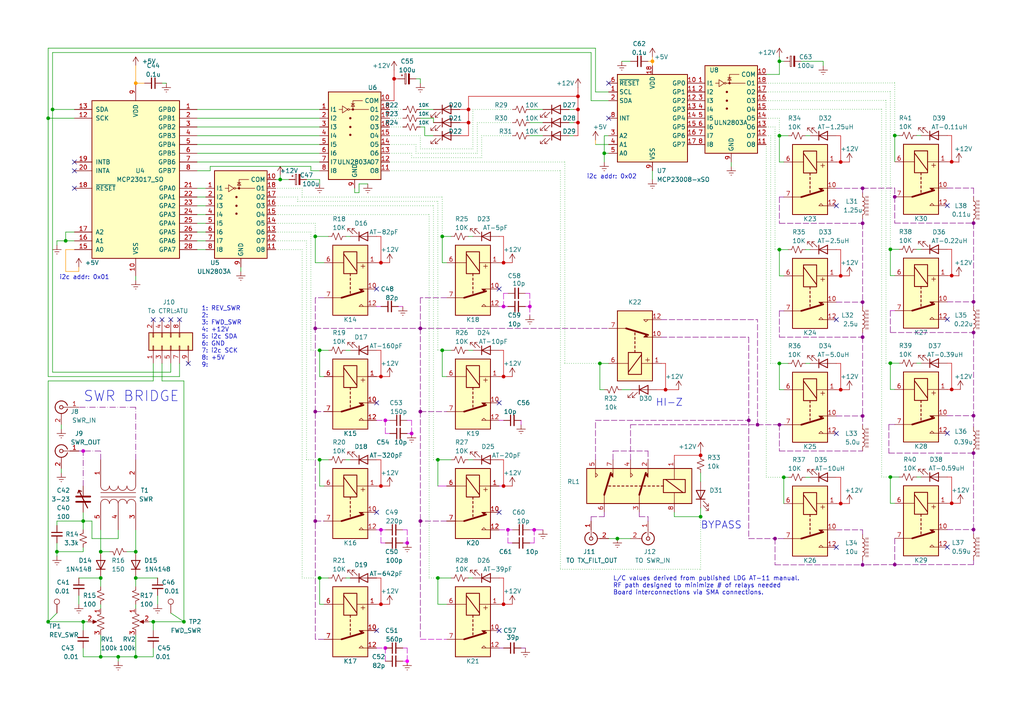
<source format=kicad_sch>
(kicad_sch (version 20230121) (generator eeschema)
  (paper "A4")
  (title_block (title "HF Antenna Matching Unit") (rev "2023/08/24"))
  (junction (at 146.05 109.22) (color 194 0 0 1))
  (junction (at 282.3748 64.708) (color 132 0 132 1))
  (junction (at 110.49 153.67) (color 194 0 194 1))
  (junction (at 92.71 167.64))
  (junction (at 226.06 72.39))
  (junction (at 226.06 17.78))
  (junction (at 24.13 130.81) (color 194 0 194 1))
  (junction (at 53.34 180.34))
  (junction (at 114.3 22.86) (color 194 0 0 1))
  (junction (at 250.19 64.77) (color 132 0 132 1))
  (junction (at 276.0248 46.928) (color 194 0 0 1))
  (junction (at 121.92 151.13) (color 132 0 132 1))
  (junction (at 146.05 76.2) (color 194 0 0 1))
  (junction (at 24.13 151.13))
  (junction (at 111.76 187.96) (color 194 0 194 1))
  (junction (at 276.0236 79.9374) (color 194 0 0 1))
  (junction (at 121.92 119.38) (color 132 0 132 1))
  (junction (at 243.84 146.05) (color 194 0 0 1))
  (junction (at 91.44 151.13) (color 132 0 132 1))
  (junction (at 39.37 167.64))
  (junction (at 127 133.35))
  (junction (at 258.2436 72.3174))
  (junction (at 173.99 105.41))
  (junction (at 118.11 157.48) (color 194 0 194 1))
  (junction (at 259.5148 39.308))
  (junction (at 243.84 113.03) (color 194 0 0 1))
  (junction (at 219.71 123.19) (color 132 0 132 1))
  (junction (at 29.21 167.64))
  (junction (at 227.33 138.43))
  (junction (at 92.71 133.35))
  (junction (at 243.84 46.99) (color 194 0 0 1))
  (junction (at 128.27 101.6))
  (junction (at 92.71 101.6))
  (junction (at 276.0236 112.9574) (color 194 0 0 1))
  (junction (at 119.38 125.73) (color 194 0 194 1))
  (junction (at 217.17 121.92) (color 132 0 132 1))
  (junction (at 13.97 180.34))
  (junction (at 258.2436 138.3574))
  (junction (at 154.94 153.67) (color 194 0 194 1))
  (junction (at 29.21 190.5))
  (junction (at 24.13 180.34))
  (junction (at 44.45 180.34))
  (junction (at 39.37 24.13) (color 255 153 0 1))
  (junction (at 282.3646 120.5774) (color 132 0 132 1))
  (junction (at 224.79 156.21) (color 132 0 132 1))
  (junction (at 135.89 31.75) (color 194 0 0 1))
  (junction (at 250.19 120.65) (color 132 0 132 1))
  (junction (at 91.44 68.58))
  (junction (at 226.06 105.41))
  (junction (at 203.2 149.86))
  (junction (at 81.28 52.07))
  (junction (at 146.05 140.97) (color 194 0 0 1))
  (junction (at 276.0236 145.9774) (color 194 0 0 1))
  (junction (at 153.67 88.9) (color 194 0 194 1))
  (junction (at 250.19 163.83) (color 132 0 132 1))
  (junction (at 167.64 27.94) (color 194 0 0 1))
  (junction (at 259.5148 57.088) (color 132 0 132 1))
  (junction (at 111.76 121.92) (color 194 0 194 1))
  (junction (at 91.44 95.25) (color 132 0 132 1))
  (junction (at 167.64 31.75) (color 194 0 0 1))
  (junction (at 175.26 44.45))
  (junction (at 110.49 140.97) (color 194 0 0 1))
  (junction (at 146.05 88.9) (color 194 0 194 1))
  (junction (at 203.2 132.08) (color 194 0 0 1))
  (junction (at 110.49 109.22) (color 194 0 0 1))
  (junction (at 110.49 76.2) (color 194 0 0 1))
  (junction (at 193.04 113.03) (color 194 0 0 1))
  (junction (at 147.32 153.67) (color 194 0 194 1))
  (junction (at 282.3646 131.4148) (color 132 0 132 1))
  (junction (at 15.24 31.75))
  (junction (at 243.84 80.01) (color 194 0 0 1))
  (junction (at 282.3736 87.5574) (color 132 0 132 1))
  (junction (at 13.97 34.29))
  (junction (at 110.49 175.26) (color 194 0 0 1))
  (junction (at 16.51 160.02))
  (junction (at 39.37 190.5))
  (junction (at 118.11 191.77) (color 255 0 255 1))
  (junction (at 250.19 97.79) (color 132 0 132 1))
  (junction (at 282.3736 96.4474) (color 132 0 132 1))
  (junction (at 91.44 119.38) (color 132 0 132 1))
  (junction (at 179.07 156.21))
  (junction (at 135.89 35.56) (color 194 0 0 1))
  (junction (at 250.19 87.63) (color 132 0 132 1))
  (junction (at 121.92 95.25) (color 132 0 132 1))
  (junction (at 128.27 68.58))
  (junction (at 226.06 123.19) (color 132 0 132 1))
  (junction (at 282.3646 153.5974) (color 132 0 132 1))
  (junction (at 29.21 160.02))
  (junction (at 39.37 160.02))
  (junction (at 127 167.64))
  (junction (at 189.23 17.78) (color 255 153 0 1))
  (junction (at 19.05 69.85))
  (junction (at 34.29 190.5))
  (junction (at 226.06 39.37))
  (junction (at 259.5136 163.7574) (color 132 0 132 1))
  (junction (at 146.05 175.26) (color 194 0 0 1))
  (junction (at 258.2436 105.3374))
  (junction (at 250.19 54.61) (color 132 0 132 1))
  (junction (at 167.64 35.56) (color 194 0 0 1))
  (no_connect (at 144.78 182.88))
  (no_connect (at 144.78 116.84))
  (no_connect (at 52.07 92.71))
  (no_connect (at 242.57 59.69))
  (no_connect (at 144.78 148.59))
  (no_connect (at 242.57 92.71))
  (no_connect (at 109.22 182.88))
  (no_connect (at 109.22 83.82))
  (no_connect (at 242.57 158.75))
  (no_connect (at 49.53 92.71))
  (no_connect (at 54.61 105.41))
  (no_connect (at 109.22 116.84))
  (no_connect (at 176.53 24.13))
  (no_connect (at 46.99 92.71))
  (no_connect (at 21.59 46.99))
  (no_connect (at 274.7536 158.6774))
  (no_connect (at 21.59 49.53))
  (no_connect (at 274.7536 125.6574))
  (no_connect (at 44.45 92.71))
  (no_connect (at 109.22 148.59))
  (no_connect (at 242.57 125.73))
  (no_connect (at 274.7536 92.6374))
  (no_connect (at 21.59 54.61))
  (no_connect (at 274.7548 59.628))
  (no_connect (at 144.78 83.82))
  (no_connect (at 176.53 34.29))
  (wire (pts (xy 46.99 110.49) (xy 53.34 110.49)))
  (wire (pts (xy 16.51 151.13) (xy 16.51 152.4)))
  (wire (pts (xy 128.27 68.58) (xy 130.81 68.58)))
  (wire (pts (xy 90.17 101.6) (xy 92.71 101.6)) (stroke (width 0) (type dot)))
  (wire (pts (xy 265.8636 138.3574) (xy 267.1336 138.3574)))
  (wire (pts (xy 110.49 153.67) (xy 111.76 153.67)) (stroke (width 0) (type dash) (color 194 0 194 1)))
  (wire (pts (xy 135.89 27.94) (xy 167.64 27.94)) (stroke (width 0) (color 194 0 0 1)))
  (wire (pts (xy 44.45 180.34) (xy 43.18 180.34)))
  (wire (pts (xy 176.53 39.37) (xy 175.26 39.37)))
  (wire (pts (xy 185.42 149.86) (xy 187.96 149.86)) (stroke (width 0) (type dash) (color 132 0 132 1)))
  (wire (pts (xy 242.57 72.39) (xy 243.84 72.39)) (stroke (width 0) (color 194 0 0 1)))
  (wire (pts (xy 123.19 39.37) (xy 125.73 39.37)))
  (wire (pts (xy 135.89 68.58) (xy 137.16 68.58)))
  (wire (pts (xy 193.04 105.41) (xy 193.04 113.03)) (stroke (width 0) (color 194 0 0 1)))
  (wire (pts (xy 121.92 36.83) (xy 123.19 36.83)))
  (wire (pts (xy 113.03 140.97) (xy 110.49 140.97)) (stroke (width 0) (color 194 0 0 1)))
  (wire (pts (xy 276.0236 112.9574) (xy 278.5636 112.9574)) (stroke (width 0) (color 194 0 0 1)))
  (wire (pts (xy 111.76 191.77) (xy 111.76 187.96)) (stroke (width 0) (type dash) (color 194 0 194 1)))
  (wire (pts (xy 91.44 185.42) (xy 91.44 151.13)) (stroke (width 0) (type dash) (color 132 0 132 1)))
  (wire (pts (xy 24.13 151.13) (xy 16.51 151.13)))
  (wire (pts (xy 243.84 105.41) (xy 243.84 113.03)) (stroke (width 0) (color 194 0 0 1)))
  (wire (pts (xy 57.15 57.15) (xy 59.69 57.15)))
  (wire (pts (xy 146.05 109.22) (xy 148.59 109.22)) (stroke (width 0) (color 194 0 0 1)))
  (wire (pts (xy 144.78 133.35) (xy 146.05 133.35)) (stroke (width 0) (color 194 0 0 1)))
  (wire (pts (xy 111.76 125.73) (xy 111.76 121.92)) (stroke (width 0) (type dash) (color 194 0 194 1)))
  (wire (pts (xy 167.64 27.94) (xy 167.64 31.75)) (stroke (width 0) (color 194 0 0 1)))
  (wire (pts (xy 100.33 167.64) (xy 101.6 167.64)))
  (wire (pts (xy 109.22 68.58) (xy 110.49 68.58)) (stroke (width 0) (color 194 0 0 1)))
  (wire (pts (xy 144.78 101.6) (xy 146.05 101.6)) (stroke (width 0) (color 194 0 0 1)))
  (wire (pts (xy 39.37 153.67) (xy 39.37 160.02)))
  (wire (pts (xy 113.03 125.73) (xy 111.76 125.73)) (stroke (width 0) (type dash) (color 194 0 194 1)))
  (wire (pts (xy 113.03 41.91) (xy 120.65 41.91)) (stroke (width 0) (type dot)))
  (wire (pts (xy 250.19 54.61) (xy 259.5136 54.5374)) (stroke (width 0) (type dash) (color 132 0 132 1)))
  (wire (pts (xy 121.92 24.13) (xy 121.92 22.86)))
  (wire (pts (xy 110.49 157.48) (xy 110.49 153.67)) (stroke (width 0) (type dash) (color 194 0 194 1)))
  (wire (pts (xy 80.01 67.31) (xy 90.17 67.31)) (stroke (width 0) (type dot)))
  (wire (pts (xy 90.17 49.53) (xy 92.71 49.53)))
  (wire (pts (xy 44.45 180.34) (xy 53.34 180.34)))
  (wire (pts (xy 217.17 97.79) (xy 217.17 121.92)) (stroke (width 0) (type dash) (color 132 0 132 1)))
  (wire (pts (xy 29.21 133.35) (xy 29.21 130.81)) (stroke (width 0) (type dash_dot) (color 132 0 132 1)))
  (wire (pts (xy 203.2 165.1) (xy 203.2 149.86)) (stroke (width 0) (type dot)))
  (wire (pts (xy 259.5136 156.1374) (xy 259.5136 163.7574)) (stroke (width 0) (type dash) (color 132 0 132 1)))
  (wire (pts (xy 121.92 39.37) (xy 121.92 43.18)) (stroke (width 0) (type dot)))
  (wire (pts (xy 86.36 58.42) (xy 127 58.42)) (stroke (width 0) (type dot)))
  (wire (pts (xy 182.88 133.35) (xy 182.88 123.19)) (stroke (width 0) (type dash) (color 132 0 132 1)))
  (wire (pts (xy 242.57 46.99) (xy 243.84 46.99)) (stroke (width 0) (color 194 0 0 1)))
  (wire (pts (xy 121.92 119.38) (xy 129.54 119.38)) (stroke (width 0) (type dash) (color 132 0 132 1)))
  (wire (pts (xy 34.29 156.21) (xy 34.29 153.67)))
  (wire (pts (xy 128.27 76.2) (xy 129.54 76.2)))
  (wire (pts (xy 120.65 41.91) (xy 120.65 44.45)) (stroke (width 0) (type dot)))
  (wire (pts (xy 104.14 53.34) (xy 106.68 53.34)))
  (wire (pts (xy 217.17 156.21) (xy 224.79 156.21)) (stroke (width 0) (type dash) (color 132 0 132 1)))
  (wire (pts (xy 162.56 49.53) (xy 162.56 165.1)) (stroke (width 0) (type dot)))
  (wire (pts (xy 282.3736 153.5974) (xy 282.3736 154.8674)) (stroke (width 0) (type dash) (color 132 0 132 1)))
  (wire (pts (xy 166.37 39.37) (xy 165.1 39.37)))
  (wire (pts (xy 227.33 17.78) (xy 226.06 17.78)))
  (wire (pts (xy 226.06 113.03) (xy 227.33 113.03)))
  (wire (pts (xy 242.57 54.61) (xy 250.19 54.61)) (stroke (width 0) (type dash) (color 132 0 132 1)))
  (wire (pts (xy 116.84 191.77) (xy 118.11 191.77)) (stroke (width 0) (type dash) (color 194 0 194 1)))
  (wire (pts (xy 81.28 52.07) (xy 83.82 52.07)))
  (wire (pts (xy 121.92 86.36) (xy 121.92 95.25)) (stroke (width 0) (type dash) (color 132 0 132 1)))
  (wire (pts (xy 13.97 109.22) (xy 13.97 34.29)))
  (wire (pts (xy 144.78 76.2) (xy 146.05 76.2)) (stroke (width 0) (color 194 0 0 1)))
  (wire (pts (xy 135.89 31.75) (xy 135.89 27.94)) (stroke (width 0) (color 194 0 0 1)))
  (wire (pts (xy 154.94 157.48) (xy 154.94 153.67)) (stroke (width 0) (type dash) (color 194 0 194 1)))
  (wire (pts (xy 151.13 121.92) (xy 151.13 123.19)) (stroke (width 0) (type dash) (color 194 0 194 1)))
  (wire (pts (xy 226.06 123.19) (xy 226.06 130.81)) (stroke (width 0) (type dash) (color 132 0 132 1)))
  (wire (pts (xy 224.79 156.21) (xy 224.79 163.83)) (stroke (width 0) (type dash) (color 132 0 132 1)))
  (wire (pts (xy 250.19 54.61) (xy 250.19 55.88)) (stroke (width 0) (type dash) (color 132 0 132 1)))
  (wire (pts (xy 258.2436 26.5974) (xy 258.2436 72.3174)) (stroke (width 0) (type dot)))
  (wire (pts (xy 116.84 157.48) (xy 118.11 157.48)) (stroke (width 0) (type dash) (color 194 0 194 1)))
  (wire (pts (xy 138.43 44.45) (xy 138.43 35.56)) (stroke (width 0) (type dot)))
  (wire (pts (xy 153.67 157.48) (xy 154.94 157.48)) (stroke (width 0) (type dash) (color 194 0 194 1)))
  (wire (pts (xy 110.49 109.22) (xy 113.03 109.22)) (stroke (width 0) (color 194 0 0 1)))
  (wire (pts (xy 171.45 151.13) (xy 171.45 149.86)) (stroke (width 0) (type dash) (color 132 0 132 1)))
  (wire (pts (xy 282.3748 54.548) (xy 282.3748 57.088)) (stroke (width 0) (type dash) (color 132 0 132 1)))
  (wire (pts (xy 57.15 72.39) (xy 59.69 72.39)))
  (wire (pts (xy 29.21 160.02) (xy 31.75 160.02)))
  (wire (pts (xy 195.58 133.35) (xy 195.58 132.08)) (stroke (width 0) (color 194 0 0 1)))
  (wire (pts (xy 91.44 151.13) (xy 93.98 151.13)) (stroke (width 0) (type dash) (color 132 0 132 1)))
  (wire (pts (xy 224.79 163.83) (xy 250.19 163.83)) (stroke (width 0) (type dash) (color 132 0 132 1)))
  (wire (pts (xy 171.45 29.21) (xy 171.45 15.24)))
  (wire (pts (xy 110.49 175.26) (xy 113.03 175.26)) (stroke (width 0) (color 194 0 0 1)))
  (wire (pts (xy 153.67 153.67) (xy 154.94 153.67)) (stroke (width 0) (type dash) (color 194 0 194 1)))
  (wire (pts (xy 238.76 17.78) (xy 232.41 17.78)))
  (wire (pts (xy 113.03 46.99) (xy 163.83 46.99)) (stroke (width 0) (type dot)))
  (wire (pts (xy 49.53 177.8) (xy 53.34 180.34)))
  (wire (pts (xy 187.96 149.86) (xy 187.96 151.13)) (stroke (width 0) (type dash) (color 132 0 132 1)))
  (wire (pts (xy 44.45 190.5) (xy 39.37 190.5)))
  (wire (pts (xy 226.06 72.39) (xy 226.06 80.01)))
  (wire (pts (xy 127 133.35) (xy 130.81 133.35)))
  (wire (pts (xy 146.05 101.6) (xy 146.05 109.22)) (stroke (width 0) (color 194 0 0 1)))
  (wire (pts (xy 282.3736 87.5574) (xy 282.3736 88.8274)) (stroke (width 0) (type dash) (color 132 0 132 1)))
  (wire (pts (xy 128.27 109.22) (xy 128.27 101.6)))
  (wire (pts (xy 81.28 50.8) (xy 81.28 52.07)))
  (wire (pts (xy 93.98 185.42) (xy 91.44 185.42)) (stroke (width 0) (type dash) (color 132 0 132 1)))
  (wire (pts (xy 274.7548 54.548) (xy 282.3748 54.548)) (stroke (width 0) (type dash) (color 132 0 132 1)))
  (wire (pts (xy 44.45 180.34) (xy 44.45 182.88)))
  (wire (pts (xy 29.21 167.64) (xy 22.86 167.64)))
  (wire (pts (xy 16.51 69.85) (xy 19.05 69.85)))
  (wire (pts (xy 19.05 67.31) (xy 19.05 69.85)))
  (wire (pts (xy 92.71 52.07) (xy 92.71 53.34)))
  (wire (pts (xy 172.72 26.67) (xy 172.72 13.97)))
  (wire (pts (xy 91.44 119.38) (xy 91.44 95.25)) (stroke (width 0) (type dash) (color 132 0 132 1)))
  (wire (pts (xy 24.13 151.13) (xy 24.13 153.67)))
  (wire (pts (xy 226.06 46.99) (xy 227.33 46.99)))
  (wire (pts (xy 29.21 184.15) (xy 29.21 190.5)))
  (wire (pts (xy 92.71 167.64) (xy 95.25 167.64)))
  (wire (pts (xy 121.92 95.25) (xy 176.53 95.25)) (stroke (width 0) (type dash) (color 132 0 132 1)))
  (wire (pts (xy 146.05 175.26) (xy 148.59 175.26)) (stroke (width 0) (color 194 0 0 1)))
  (wire (pts (xy 57.15 54.61) (xy 59.69 54.61)))
  (wire (pts (xy 52.07 105.41) (xy 52.07 109.22)))
  (wire (pts (xy 259.5136 54.5374) (xy 259.5148 57.088)) (stroke (width 0) (type dash) (color 132 0 132 1)))
  (wire (pts (xy 146.05 85.09) (xy 146.05 88.9)) (stroke (width 0) (type dash) (color 194 0 194 1)))
  (wire (pts (xy 276.0248 46.928) (xy 278.1312 47.0006)) (stroke (width 0) (color 194 0 0 1)))
  (wire (pts (xy 121.92 185.42) (xy 129.54 185.42)) (stroke (width 0) (type dash) (color 194 0 194 1)))
  (wire (pts (xy 217.17 121.92) (xy 217.17 156.21)) (stroke (width 0) (type dash) (color 132 0 132 1)))
  (wire (pts (xy 242.57 113.03) (xy 243.84 113.03)) (stroke (width 0) (color 194 0 0 1)))
  (wire (pts (xy 222.25 26.67) (xy 258.2436 26.5974)) (stroke (width 0) (type dot)))
  (wire (pts (xy 39.37 80.01) (xy 39.37 81.28)))
  (wire (pts (xy 189.23 49.53) (xy 189.23 52.07)))
  (wire (pts (xy 128.27 101.6) (xy 130.81 101.6)))
  (wire (pts (xy 233.68 72.39) (xy 234.95 72.39)))
  (wire (pts (xy 148.59 157.48) (xy 147.32 157.48)) (stroke (width 0) (type dash) (color 194 0 194 1)))
  (wire (pts (xy 282.3646 120.5774) (xy 282.3736 120.5774)) (stroke (width 0) (type dash) (color 132 0 132 1)))
  (wire (pts (xy 223.52 39.37) (xy 223.52 105.41)) (stroke (width 0) (type dot)))
  (wire (pts (xy 39.37 160.02) (xy 36.83 160.02)))
  (wire (pts (xy 274.7536 112.9574) (xy 276.0236 112.9574)) (stroke (width 0) (color 194 0 0 1)))
  (wire (pts (xy 242.57 153.67) (xy 250.19 153.67)) (stroke (width 0) (type dash) (color 132 0 132 1)))
  (wire (pts (xy 80.01 52.07) (xy 81.28 52.07)))
  (wire (pts (xy 175.26 113.03) (xy 173.99 113.03)))
  (wire (pts (xy 227.33 90.17) (xy 226.06 90.17)) (stroke (width 0) (type dash) (color 132 0 132 1)))
  (wire (pts (xy 274.7536 145.9774) (xy 276.0236 145.9774)) (stroke (width 0) (color 194 0 0 1)))
  (wire (pts (xy 227.33 138.43) (xy 227.33 146.05)))
  (wire (pts (xy 154.94 153.67) (xy 156.21 153.67)) (stroke (width 0) (color 194 0 194 1)))
  (wire (pts (xy 243.84 80.01) (xy 246.38 80.01)) (stroke (width 0) (color 194 0 0 1)))
  (wire (pts (xy 144.78 175.26) (xy 146.05 175.26)) (stroke (width 0) (color 194 0 0 1)))
  (wire (pts (xy 258.2436 112.9574) (xy 259.5136 112.9574)))
  (wire (pts (xy 57.15 62.23) (xy 59.69 62.23)))
  (wire (pts (xy 137.16 43.18) (xy 137.16 31.75)) (stroke (width 0) (type dot)))
  (wire (pts (xy 129.54 109.22) (xy 128.27 109.22)))
  (wire (pts (xy 57.15 34.29) (xy 92.71 34.29)))
  (wire (pts (xy 135.89 101.6) (xy 137.16 101.6)))
  (wire (pts (xy 242.57 120.65) (xy 250.19 120.65)) (stroke (width 0) (type dash) (color 132 0 132 1)))
  (wire (pts (xy 176.53 105.41) (xy 173.99 105.41)))
  (wire (pts (xy 139.7 45.72) (xy 139.7 39.37)) (stroke (width 0) (type dot)))
  (wire (pts (xy 109.22 175.26) (xy 110.49 175.26)) (stroke (width 0) (color 194 0 0 1)))
  (wire (pts (xy 222.25 138.43) (xy 227.33 138.43)) (stroke (width 0) (type dot)))
  (wire (pts (xy 127 58.42) (xy 127 101.6)) (stroke (width 0) (type dot)))
  (wire (pts (xy 276.0236 105.3374) (xy 276.0236 112.9574)) (stroke (width 0) (color 194 0 0 1)))
  (wire (pts (xy 250.19 163.83) (xy 250.19 162.56)) (stroke (width 0) (type dash) (color 132 0 132 1)))
  (wire (pts (xy 227.33 138.43) (xy 228.6 138.43)))
  (wire (pts (xy 87.63 57.15) (xy 128.27 57.15)) (stroke (width 0) (type dot)))
  (wire (pts (xy 135.89 39.37) (xy 135.89 35.56)) (stroke (width 0) (color 194 0 0 1)))
  (wire (pts (xy 91.44 95.25) (xy 121.92 95.25)) (stroke (width 0) (type dash) (color 132 0 132 1)))
  (wire (pts (xy 46.99 105.41) (xy 46.99 110.49)))
  (wire (pts (xy 243.84 46.99) (xy 246.38 46.99)) (stroke (width 0) (color 194 0 0 1)))
  (wire (pts (xy 13.97 13.97) (xy 13.97 34.29)))
  (wire (pts (xy 153.67 31.75) (xy 157.48 31.75)))
  (wire (pts (xy 187.96 130.81) (xy 187.96 133.35)) (stroke (width 0) (type dash) (color 132 0 132 1)))
  (wire (pts (xy 163.83 46.99) (xy 163.83 105.41)) (stroke (width 0) (type dot)))
  (wire (pts (xy 124.46 62.23) (xy 124.46 167.64)) (stroke (width 0) (type dot)))
  (wire (pts (xy 16.51 71.12) (xy 16.51 69.85)))
  (wire (pts (xy 222.25 39.37) (xy 223.52 39.37)) (stroke (width 0) (type dot)))
  (wire (pts (xy 87.63 167.64) (xy 92.71 167.64)) (stroke (width 0) (type dot)))
  (wire (pts (xy 282.3748 64.708) (xy 282.3736 87.5574)) (stroke (width 0) (type dash) (color 132 0 132 1)))
  (wire (pts (xy 146.05 85.09) (xy 147.32 85.09)) (stroke (width 0) (type dash) (color 194 0 194 1)))
  (wire (pts (xy 24.13 158.75) (xy 24.13 160.02)))
  (wire (pts (xy 87.63 72.39) (xy 87.63 167.64)) (stroke (width 0) (type dot)))
  (wire (pts (xy 172.72 40.64) (xy 172.72 41.91)) (stroke (width 0) (color 255 153 0 1)))
  (wire (pts (xy 57.15 44.45) (xy 92.71 44.45)))
  (wire (pts (xy 16.51 177.8) (xy 13.97 180.34)))
  (wire (pts (xy 242.57 105.41) (xy 243.84 105.41)) (stroke (width 0) (color 194 0 0 1)))
  (wire (pts (xy 193.04 113.03) (xy 196.85 113.03)) (stroke (width 0) (color 194 0 0 1)))
  (wire (pts (xy 109.22 167.64) (xy 110.49 167.64)) (stroke (width 0) (color 194 0 0 1)))
  (wire (pts (xy 255.7036 138.3574) (xy 258.2436 138.3574)) (stroke (width 0) (type dot)))
  (wire (pts (xy 195.58 148.59) (xy 195.58 149.86)))
  (wire (pts (xy 39.37 19.05) (xy 39.37 24.13)) (stroke (width 0) (color 255 153 0 1)))
  (wire (pts (xy 109.22 76.2) (xy 110.49 76.2)) (stroke (width 0) (color 194 0 0 1)))
  (wire (pts (xy 257.81 131.4148) (xy 282.3646 131.4148)) (stroke (width 0) (type dash) (color 132 0 132 1)))
  (wire (pts (xy 24.13 140.97) (xy 24.13 130.81)) (stroke (width 0) (type dash_dot) (color 132 0 132 1)))
  (wire (pts (xy 222.25 31.75) (xy 255.7036 31.6774)) (stroke (width 0) (type dot)))
  (wire (pts (xy 259.5136 90.0974) (xy 258.2436 90.0974)) (stroke (width 0) (type dash) (color 194 0 194 1)))
  (wire (pts (xy 57.15 69.85) (xy 59.69 69.85)))
  (wire (pts (xy 226.06 105.41) (xy 228.6 105.41)))
  (wire (pts (xy 34.29 190.5) (xy 29.21 190.5)))
  (wire (pts (xy 109.22 109.22) (xy 110.49 109.22)) (stroke (width 0) (color 194 0 0 1)))
  (wire (pts (xy 120.65 44.45) (xy 138.43 44.45)) (stroke (width 0) (type dot)))
  (wire (pts (xy 90.17 48.26) (xy 90.17 49.53)))
  (wire (pts (xy 258.2436 90.0974) (xy 258.2436 96.4474)) (stroke (width 0) (type dash) (color 132 0 132 1)))
  (wire (pts (xy 203.2 139.7) (xy 203.2 137.16)))
  (wire (pts (xy 123.19 36.83) (xy 123.19 39.37)))
  (wire (pts (xy 127 167.64) (xy 130.81 167.64)))
  (wire (pts (xy 276.0236 138.3574) (xy 276.0236 145.9774)) (stroke (width 0) (color 194 0 0 1)))
  (wire (pts (xy 127 140.97) (xy 129.54 140.97)) (stroke (width 0) (color 194 0 194 1)))
  (wire (pts (xy 88.9 133.35) (xy 92.71 133.35)) (stroke (width 0) (type dot)))
  (wire (pts (xy 144.78 153.67) (xy 147.32 153.67)) (stroke (width 0) (type dash) (color 194 0 194 1)))
  (wire (pts (xy 226.06 90.17) (xy 226.06 97.79)) (stroke (width 0) (type dash) (color 132 0 132 1)))
  (wire (pts (xy 222.25 29.21) (xy 256.9736 29.1374)) (stroke (width 0) (type dot)))
  (wire (pts (xy 195.58 132.08) (xy 203.2 132.08)) (stroke (width 0) (color 194 0 0 1)))
  (wire (pts (xy 127 133.35) (xy 127 140.97)))
  (wire (pts (xy 226.06 72.39) (xy 228.6 72.39)))
  (wire (pts (xy 258.2436 79.9374) (xy 259.5136 79.9374)))
  (wire (pts (xy 167.64 25.4) (xy 167.64 27.94)) (stroke (width 0) (color 194 0 0 1)))
  (wire (pts (xy 258.2436 105.3374) (xy 258.2436 112.9574)))
  (wire (pts (xy 144.78 68.58) (xy 146.05 68.58)) (stroke (width 0) (color 194 0 0 1)))
  (wire (pts (xy 121.92 151.13) (xy 121.92 185.42)) (stroke (width 0) (type dash) (color 132 0 132 1)))
  (wire (pts (xy 224.79 36.83) (xy 224.79 72.39)) (stroke (width 0) (type dot)))
  (wire (pts (xy 125.73 59.69) (xy 125.73 133.35)) (stroke (width 0) (type dot)))
  (wire (pts (xy 92.71 140.97) (xy 93.98 140.97)))
  (wire (pts (xy 91.44 64.77) (xy 91.44 68.58)) (stroke (width 0) (type dot)))
  (wire (pts (xy 274.7548 39.308) (xy 276.0248 39.308)) (stroke (width 0) (color 194 0 0 1)))
  (wire (pts (xy 146.05 140.97) (xy 148.59 140.97)) (stroke (width 0) (color 194 0 0 1)))
  (wire (pts (xy 259.5136 163.7574) (xy 250.19 163.83)) (stroke (width 0) (type dash) (color 132 0 132 1)))
  (wire (pts (xy 57.15 31.75) (xy 92.71 31.75)))
  (wire (pts (xy 119.38 44.45) (xy 119.38 45.72)) (stroke (width 0) (type dot)))
  (wire (pts (xy 80.01 72.39) (xy 87.63 72.39)) (stroke (width 0) (type dot)))
  (wire (pts (xy 25.4 180.34) (xy 24.13 180.34)))
  (wire (pts (xy 175.26 149.86) (xy 175.26 148.59)) (stroke (width 0) (type dash) (color 132 0 132 1)))
  (wire (pts (xy 152.4 88.9) (xy 153.67 88.9)) (stroke (width 0) (type dash) (color 194 0 194 1)))
  (wire (pts (xy 138.43 35.56) (xy 148.59 35.56)) (stroke (width 0) (type dot)))
  (wire (pts (xy 147.32 153.67) (xy 148.59 153.67)) (stroke (width 0) (type dash) (color 194 0 194 1)))
  (wire (pts (xy 162.56 165.1) (xy 203.2 165.1)) (stroke (width 0) (type dot)))
  (wire (pts (xy 227.33 156.21) (xy 224.79 156.21)) (stroke (width 0) (type dash) (color 132 0 132 1)))
  (wire (pts (xy 226.06 39.37) (xy 226.06 46.99)))
  (wire (pts (xy 219.71 123.19) (xy 219.71 92.71)) (stroke (width 0) (type dash) (color 132 0 132 1)))
  (wire (pts (xy 222.25 24.13) (xy 259.5136 24.0574)) (stroke (width 0) (type dot)))
  (wire (pts (xy 226.06 97.79) (xy 250.19 97.79)) (stroke (width 0) (type dash) (color 132 0 132 1)))
  (wire (pts (xy 109.22 140.97) (xy 110.49 140.97)) (stroke (width 0) (color 194 0 0 1)))
  (wire (pts (xy 92.71 133.35) (xy 95.25 133.35)))
  (wire (pts (xy 282.3646 131.4148) (xy 282.3646 153.5974)) (stroke (width 0) (type dash) (color 132 0 132 1)))
  (wire (pts (xy 226.06 34.29) (xy 226.06 39.37)) (stroke (width 0) (type dot)))
  (wire (pts (xy 282.3736 162.4874) (xy 282.3736 163.7574)) (stroke (width 0) (type dash) (color 132 0 132 1)))
  (wire (pts (xy 113.03 49.53) (xy 162.56 49.53)) (stroke (width 0) (type dot)))
  (wire (pts (xy 255.7036 31.6774) (xy 255.7036 138.3574)) (stroke (width 0) (type dot)))
  (wire (pts (xy 167.64 35.56) (xy 166.37 35.56)) (stroke (width 0) (color 194 0 0 1)))
  (wire (pts (xy 146.05 68.58) (xy 146.05 76.2)) (stroke (width 0) (color 194 0 0 1)))
  (wire (pts (xy 110.49 133.35) (xy 110.49 140.97)) (stroke (width 0) (color 194 0 0 1)))
  (wire (pts (xy 191.77 105.41) (xy 193.04 105.41)) (stroke (width 0) (color 194 0 0 1)))
  (wire (pts (xy 189.23 19.05) (xy 189.23 17.78)) (stroke (width 0) (color 255 153 0 1)))
  (wire (pts (xy 121.92 119.38) (xy 121.92 151.13)) (stroke (width 0) (type dash) (color 132 0 132 1)))
  (wire (pts (xy 24.13 190.5) (xy 24.13 187.96)))
  (wire (pts (xy 172.72 121.92) (xy 217.17 121.92)) (stroke (width 0) (type dash) (color 132 0 132 1)))
  (wire (pts (xy 26.67 151.13) (xy 24.13 151.13)))
  (wire (pts (xy 57.15 46.99) (xy 92.71 46.99)))
  (wire (pts (xy 171.45 15.24) (xy 15.24 15.24)))
  (wire (pts (xy 250.19 97.79) (xy 250.19 120.65)) (stroke (width 0) (type dash) (color 132 0 132 1)))
  (wire (pts (xy 256.9736 29.1374) (xy 256.9736 105.3374)) (stroke (width 0) (type dot)))
  (wire (pts (xy 144.78 109.22) (xy 146.05 109.22)) (stroke (width 0) (color 194 0 0 1)))
  (wire (pts (xy 227.33 123.19) (xy 226.06 123.19)) (stroke (width 0) (type dash) (color 132 0 132 1)))
  (wire (pts (xy 57.15 59.69) (xy 59.69 59.69)))
  (wire (pts (xy 52.07 109.22) (xy 13.97 109.22)))
  (wire (pts (xy 219.71 123.19) (xy 226.06 123.19)) (stroke (width 0) (type dash) (color 132 0 132 1)))
  (wire (pts (xy 144.78 121.92) (xy 146.05 121.92)) (stroke (width 0) (type dash) (color 194 0 194 1)))
  (wire (pts (xy 222.25 41.91) (xy 222.25 138.43)) (stroke (width 0) (type dot)))
  (wire (pts (xy 121.92 95.25) (xy 121.92 119.38)) (stroke (width 0) (type dash) (color 132 0 132 1)))
  (wire (pts (xy 274.7536 138.3574) (xy 276.0236 138.3574)) (stroke (width 0) (color 194 0 0 1)))
  (wire (pts (xy 259.5136 123.1174) (xy 257.81 123.1174)) (stroke (width 0) (type dash) (color 132 0 132 1)))
  (wire (pts (xy 274.7536 105.3374) (xy 276.0236 105.3374)) (stroke (width 0) (color 194 0 0 1)))
  (wire (pts (xy 226.06 16.51) (xy 226.06 17.78)))
  (wire (pts (xy 92.71 133.35) (xy 92.71 140.97)))
  (wire (pts (xy 44.45 105.41) (xy 44.45 110.49)))
  (wire (pts (xy 110.49 76.2) (xy 113.03 76.2)) (stroke (width 0) (color 194 0 0 1)))
  (wire (pts (xy 256.9736 105.3374) (xy 258.2436 105.3374)) (stroke (width 0) (type dot)))
  (wire (pts (xy 135.89 31.75) (xy 135.89 35.56)) (stroke (width 0) (color 194 0 0 1)))
  (wire (pts (xy 250.19 87.63) (xy 250.19 88.9)) (stroke (width 0) (type dash) (color 132 0 132 1)))
  (wire (pts (xy 242.57 39.37) (xy 243.84 39.37)) (stroke (width 0) (color 194 0 0 1)))
  (wire (pts (xy 92.71 109.22) (xy 93.98 109.22)))
  (wire (pts (xy 151.13 187.96) (xy 152.4 187.96)) (stroke (width 0) (color 132 0 132 1)))
  (wire (pts (xy 265.8648 39.308) (xy 267.1348 39.308)))
  (wire (pts (xy 259.5148 64.708) (xy 282.3748 64.708)) (stroke (width 0) (type dash) (color 132 0 132 1)))
  (wire (pts (xy 129.54 86.36) (xy 121.92 86.36)) (stroke (width 0) (type dash) (color 132 0 132 1)))
  (wire (pts (xy 258.2436 72.3174) (xy 258.2436 79.9374)))
  (wire (pts (xy 113.03 31.75) (xy 116.84 31.75)) (stroke (width 0) (type dot)))
  (wire (pts (xy 39.37 175.26) (xy 39.37 176.53)))
  (wire (pts (xy 125.73 34.29) (xy 121.92 34.29)))
  (wire (pts (xy 274.7536 87.5574) (xy 282.3736 87.5574)) (stroke (width 0) (type dash) (color 132 0 132 1)))
  (wire (pts (xy 91.44 119.38) (xy 93.98 119.38)) (stroke (width 0) (type dash) (color 132 0 132 1)))
  (wire (pts (xy 226.06 105.41) (xy 226.06 113.03)))
  (wire (pts (xy 172.72 133.35) (xy 172.72 121.92)) (stroke (width 0) (type dash) (color 132 0 132 1)))
  (wire (pts (xy 69.85 77.47) (xy 69.85 78.74)))
  (wire (pts (xy 146.05 88.9) (xy 147.32 88.9)) (stroke (width 0) (type dash) (color 194 0 194 1)))
  (wire (pts (xy 146.05 133.35) (xy 146.05 140.97)) (stroke (width 0) (color 194 0 0 1)))
  (wire (pts (xy 258.2436 96.4474) (xy 282.3736 96.4474)) (stroke (width 0) (type dash) (color 132 0 132 1)))
  (wire (pts (xy 222.25 34.29) (xy 226.06 34.29)) (stroke (width 0) (type dot)))
  (wire (pts (xy 185.42 148.59) (xy 185.42 149.86)) (stroke (width 0) (type dash) (color 132 0 132 1)))
  (wire (pts (xy 87.63 57.15) (xy 87.63 54.61)) (stroke (width 0) (type dot)))
  (wire (pts (xy 92.71 175.26) (xy 93.98 175.26)))
  (wire (pts (xy 166.37 35.56) (xy 165.1 35.56)))
  (wire (pts (xy 153.67 88.9) (xy 153.67 91.44)) (stroke (width 0) (type dash) (color 194 0 194 1)))
  (wire (pts (xy 49.53 107.95) (xy 15.24 107.95)))
  (wire (pts (xy 19.05 78.74) (xy 22.86 78.74)) (stroke (width 0) (color 255 153 0 1)))
  (wire (pts (xy 242.57 80.01) (xy 243.84 80.01)) (stroke (width 0) (color 194 0 0 1)))
  (wire (pts (xy 39.37 133.35) (xy 39.37 118.11)) (stroke (width 0) (type dash_dot) (color 132 0 132 1)))
  (wire (pts (xy 167.64 39.37) (xy 166.37 39.37)) (stroke (width 0) (color 194 0 0 1)))
  (wire (pts (xy 153.67 85.09) (xy 152.4 85.09)) (stroke (width 0) (type dash) (color 194 0 194 1)))
  (wire (pts (xy 118.11 121.92) (xy 119.38 121.92)) (stroke (width 0) (type dash) (color 194 0 194 1)))
  (wire (pts (xy 175.26 44.45) (xy 175.26 46.99)))
  (wire (pts (xy 179.07 156.21) (xy 182.88 156.21)))
  (wire (pts (xy 90.17 67.31) (xy 90.17 101.6)) (stroke (width 0) (type dot)))
  (wire (pts (xy 153.67 39.37) (xy 157.48 39.37)))
  (wire (pts (xy 282.3646 153.5974) (xy 282.3736 153.5974)) (stroke (width 0) (type dash) (color 132 0 132 1)))
  (wire (pts (xy 243.84 72.39) (xy 243.84 80.01)) (stroke (width 0) (color 194 0 0 1)))
  (wire (pts (xy 91.44 151.13) (xy 91.44 119.38)) (stroke (width 0) (type dash) (color 132 0 132 1)))
  (wire (pts (xy 282.3736 163.7574) (xy 259.5136 163.7574)) (stroke (width 0) (type dash) (color 132 0 132 1)))
  (wire (pts (xy 182.88 113.03) (xy 180.34 113.03)))
  (wire (pts (xy 29.21 130.81) (xy 24.13 130.81)) (stroke (width 0) (type dash_dot) (color 132 0 132 1)))
  (wire (pts (xy 29.21 190.5) (xy 24.13 190.5)))
  (wire (pts (xy 24.13 180.34) (xy 24.13 182.88)))
  (wire (pts (xy 190.5 113.03) (xy 193.04 113.03)) (stroke (width 0) (color 194 0 0 1)))
  (wire (pts (xy 250.19 96.52) (xy 250.19 97.79)) (stroke (width 0) (type dash) (color 132 0 132 1)))
  (wire (pts (xy 44.45 187.96) (xy 44.45 190.5)))
  (wire (pts (xy 147.32 153.67) (xy 147.32 157.48)) (stroke (width 0) (type dash) (color 194 0 194 1)))
  (wire (pts (xy 177.8 130.81) (xy 187.96 130.81)) (stroke (width 0) (type dash) (color 132 0 132 1)))
  (wire (pts (xy 26.67 156.21) (xy 26.67 151.13)))
  (wire (pts (xy 133.35 31.75) (xy 135.89 31.75)) (stroke (width 0) (color 194 0 0 1)))
  (wire (pts (xy 19.05 72.39) (xy 19.05 78.74)) (stroke (width 0) (color 255 153 0 1)))
  (wire (pts (xy 118.11 125.73) (xy 119.38 125.73)) (stroke (width 0) (type dash) (color 194 0 194 1)))
  (wire (pts (xy 226.06 39.37) (xy 228.6 39.37)))
  (wire (pts (xy 195.58 149.86) (xy 203.2 149.86)))
  (wire (pts (xy 243.84 146.05) (xy 246.38 146.05)) (stroke (width 0) (color 194 0 0 1)))
  (wire (pts (xy 102.87 54.61) (xy 102.87 55.88)))
  (wire (pts (xy 163.83 105.41) (xy 173.99 105.41)) (stroke (width 0) (type dot)))
  (wire (pts (xy 258.2436 105.3374) (xy 260.7836 105.3374)))
  (wire (pts (xy 111.76 157.48) (xy 110.49 157.48)) (stroke (width 0) (type dash) (color 194 0 194 1)))
  (wire (pts (xy 222.25 36.83) (xy 224.79 36.83)) (stroke (width 0) (type dot)))
  (wire (pts (xy 49.53 105.41) (xy 49.53 107.95)))
  (wire (pts (xy 257.81 123.1174) (xy 257.81 131.4148)) (stroke (width 0) (type dash) (color 132 0 132 1)))
  (wire (pts (xy 189.23 17.78) (xy 187.96 17.78)) (stroke (width 0) (color 255 153 0 1)))
  (wire (pts (xy 104.14 55.88) (xy 104.14 53.34)))
  (wire (pts (xy 282.3736 96.4474) (xy 282.3736 120.5774)) (stroke (width 0) (type dash) (color 132 0 132 1)))
  (wire (pts (xy 111.76 121.92) (xy 113.03 121.92)) (stroke (width 0) (type dash) (color 194 0 194 1)))
  (wire (pts (xy 118.11 157.48) (xy 118.11 153.67)) (stroke (width 0) (type dash) (color 194 0 194 1)))
  (wire (pts (xy 258.2436 145.9774) (xy 259.5136 145.9774)))
  (wire (pts (xy 121.92 22.86) (xy 120.65 22.86)))
  (wire (pts (xy 88.9 52.07) (xy 92.71 52.07)))
  (wire (pts (xy 135.89 167.64) (xy 137.16 167.64)))
  (wire (pts (xy 171.45 149.86) (xy 175.26 149.86)) (stroke (width 0) (type dash) (color 132 0 132 1)))
  (wire (pts (xy 259.5148 57.088) (xy 259.5148 64.708)) (stroke (width 0) (type dash) (color 132 0 132 1)))
  (wire (pts (xy 57.15 67.31) (xy 59.69 67.31)))
  (wire (pts (xy 91.44 86.36) (xy 91.44 95.25)) (stroke (width 0) (type dash) (color 132 0 132 1)))
  (wire (pts (xy 276.0236 79.9374) (xy 278.13 80.01)) (stroke (width 0) (color 194 0 0 1)))
  (wire (pts (xy 22.86 172.72) (xy 22.86 175.26)))
  (wire (pts (xy 191.77 97.79) (xy 217.17 97.79)) (stroke (width 0) (type dash) (color 132 0 132 1)))
  (wire (pts (xy 13.97 180.34) (xy 24.13 180.34)))
  (wire (pts (xy 276.0236 72.3174) (xy 276.0236 79.9374)) (stroke (width 0) (color 194 0 0 1)))
  (wire (pts (xy 80.01 59.69) (xy 125.73 59.69)) (stroke (width 0) (type dot)))
  (wire (pts (xy 29.21 175.26) (xy 29.21 176.53)))
  (wire (pts (xy 226.06 17.78) (xy 226.06 21.59)))
  (wire (pts (xy 258.2436 138.3574) (xy 260.7836 138.3574)))
  (wire (pts (xy 242.57 146.05) (xy 243.84 146.05)) (stroke (width 0) (color 194 0 0 1)))
  (wire (pts (xy 39.37 118.11) (xy 22.86 118.11)) (stroke (width 0) (type dash_dot) (color 132 0 132 1)))
  (wire (pts (xy 274.7536 72.3174) (xy 276.0236 72.3174)) (stroke (width 0) (color 194 0 0 1)))
  (wire (pts (xy 172.72 41.91) (xy 176.53 41.91)))
  (wire (pts (xy 250.19 64.77) (xy 250.19 87.63)) (stroke (width 0) (type dash) (color 132 0 132 1)))
  (wire (pts (xy 34.29 191.77) (xy 34.29 190.5)))
  (wire (pts (xy 13.97 13.97) (xy 172.72 13.97)))
  (wire (pts (xy 250.19 120.65) (xy 250.19 123.19)) (stroke (width 0) (type dash) (color 132 0 132 1)))
  (wire (pts (xy 16.51 157.48) (xy 16.51 160.02)))
  (wire (pts (xy 34.29 156.21) (xy 26.67 156.21)))
  (wire (pts (xy 226.06 80.01) (xy 227.33 80.01)))
  (wire (pts (xy 15.24 31.75) (xy 21.59 31.75)))
  (wire (pts (xy 175.26 39.37) (xy 175.26 44.45)))
  (wire (pts (xy 233.68 138.43) (xy 234.95 138.43)))
  (wire (pts (xy 29.21 153.67) (xy 29.21 160.02)))
  (wire (pts (xy 16.51 160.02) (xy 16.51 161.29)))
  (wire (pts (xy 88.9 69.85) (xy 88.9 133.35)) (stroke (width 0) (type dot)))
  (wire (pts (xy 57.15 39.37) (xy 92.71 39.37)))
  (wire (pts (xy 13.97 110.49) (xy 44.45 110.49)))
  (wire (pts (xy 113.03 44.45) (xy 119.38 44.45)) (stroke (width 0) (type dot)))
  (wire (pts (xy 144.78 187.96) (xy 146.05 187.96)) (stroke (width 0) (color 132 0 132 1)))
  (wire (pts (xy 242.57 138.43) (xy 243.84 138.43)) (stroke (width 0) (color 194 0 0 1)))
  (wire (pts (xy 109.22 121.92) (xy 111.76 121.92)) (stroke (width 0) (type dash) (color 194 0 194 1)))
  (wire (pts (xy 22.86 78.74) (xy 22.86 77.47)) (stroke (width 0) (color 255 153 0 1)))
  (wire (pts (xy 41.91 24.13) (xy 39.37 24.13)) (stroke (width 0) (color 255 153 0 1)))
  (wire (pts (xy 258.2436 72.3174) (xy 260.7836 72.3174)))
  (wire (pts (xy 102.87 55.88) (xy 104.14 55.88)))
  (wire (pts (xy 100.33 101.6) (xy 101.6 101.6)))
  (wire (pts (xy 80.01 62.23) (xy 124.46 62.23)) (stroke (width 0) (type dot)))
  (wire (pts (xy 176.53 44.45) (xy 175.26 44.45)))
  (wire (pts (xy 39.37 167.64) (xy 39.37 170.18)))
  (wire (pts (xy 17.78 123.19) (xy 17.78 124.46)))
  (wire (pts (xy 156.21 153.67) (xy 157.48 153.67)) (stroke (width 0) (type dash) (color 194 0 194 1)))
  (wire (pts (xy 24.13 148.59) (xy 24.13 151.13)))
  (wire (pts (xy 274.7548 46.928) (xy 276.0248 46.928)) (stroke (width 0) (color 194 0 0 1)))
  (wire (pts (xy 113.03 34.29) (xy 116.84 34.29)) (stroke (width 0) (type dot)))
  (wire (pts (xy 144.78 140.97) (xy 146.05 140.97)) (stroke (width 0) (color 194 0 194 1)))
  (wire (pts (xy 166.37 31.75) (xy 165.1 31.75)))
  (wire (pts (xy 250.19 153.67) (xy 250.19 154.94)) (stroke (width 0) (type dash) (color 132 0 132 1)))
  (wire (pts (xy 243.84 39.37) (xy 243.84 46.99)) (stroke (width 0) (color 194 0 0 1)))
  (wire (pts (xy 114.3 22.86) (xy 114.3 29.21)) (stroke (width 0) (color 194 0 0 1)))
  (wire (pts (xy 133.35 39.37) (xy 135.89 39.37)) (stroke (width 0) (color 194 0 0 1)))
  (wire (pts (xy 212.09 46.99) (xy 212.09 48.26)))
  (wire (pts (xy 125.73 31.75) (xy 121.92 31.75)))
  (wire (pts (xy 15.24 15.24) (xy 15.24 31.75)))
  (wire (pts (xy 128.27 57.15) (xy 128.27 68.58)) (stroke (width 0) (type dot)))
  (wire (pts (xy 127 175.26) (xy 129.54 175.26)))
  (wire (pts (xy 258.2436 138.3574) (xy 258.2436 145.9774)))
  (wire (pts (xy 259.5148 39.308) (xy 259.5148 46.928)))
  (wire (pts (xy 167.64 31.75) (xy 167.64 35.56)) (stroke (width 0) (color 194 0 0 1)))
  (wire (pts (xy 118.11 191.77) (xy 118.11 187.96)) (stroke (width 0) (type dash) (color 194 0 194 1)))
  (wire (pts (xy 282.3646 120.5774) (xy 282.3646 123.7948)) (stroke (width 0) (type dash) (color 132 0 132 1)))
  (wire (pts (xy 153.67 88.9) (xy 153.67 85.09)) (stroke (width 0) (type dash) (color 194 0 194 1)))
  (wire (pts (xy 223.52 105.41) (xy 226.06 105.41)) (stroke (width 0) (type dot)))
  (wire (pts (xy 146.05 76.2) (xy 148.59 76.2)) (stroke (width 0) (color 194 0 0 1)))
  (wire (pts (xy 177.8 133.35) (xy 177.8 130.81)) (stroke (width 0) (type dash) (color 132 0 132 1)))
  (wire (pts (xy 129.54 151.13) (xy 121.92 151.13)) (stroke (width 0) (type dash) (color 132 0 132 1)))
  (wire (pts (xy 15.24 107.95) (xy 15.24 31.75)))
  (wire (pts (xy 91.44 76.2) (xy 93.98 76.2)))
  (wire (pts (xy 172.72 26.67) (xy 176.53 26.67)))
  (wire (pts (xy 24.13 130.81) (xy 22.86 130.81)) (stroke (width 0) (type dash_dot) (color 132 0 132 1)))
  (wire (pts (xy 92.71 101.6) (xy 92.71 109.22)))
  (wire (pts (xy 80.01 69.85) (xy 88.9 69.85)) (stroke (width 0) (type dot)))
  (wire (pts (xy 189.23 16.51) (xy 189.23 17.78)) (stroke (width 0) (color 255 153 0 1)))
  (wire (pts (xy 265.8636 105.3374) (xy 267.1336 105.3374)))
  (wire (pts (xy 115.57 22.86) (xy 114.3 22.86)) (stroke (width 0) (color 194 0 0 1)))
  (wire (pts (xy 128.27 68.58) (xy 128.27 76.2)))
  (wire (pts (xy 167.64 31.75) (xy 166.37 31.75)) (stroke (width 0) (color 194 0 0 1)))
  (wire (pts (xy 86.36 57.15) (xy 80.01 57.15)) (stroke (width 0) (type dot)))
  (wire (pts (xy 242.57 87.63) (xy 250.19 87.63)) (stroke (width 0) (type dash) (color 132 0 132 1)))
  (wire (pts (xy 227.33 57.15) (xy 226.06 57.15)) (stroke (width 0) (type dash) (color 132 0 132 1)))
  (wire (pts (xy 224.79 72.39) (xy 226.06 72.39)) (stroke (width 0) (type dot)))
  (wire (pts (xy 226.06 57.15) (xy 226.06 64.77)) (stroke (width 0) (type dash) (color 132 0 132 1)))
  (wire (pts (xy 167.64 39.37) (xy 167.64 35.56)) (stroke (width 0) (color 194 0 0 1)))
  (wire (pts (xy 173.99 105.41) (xy 173.99 113.03)))
  (wire (pts (xy 39.37 184.15) (xy 39.37 190.5)))
  (wire (pts (xy 13.97 34.29) (xy 21.59 34.29)))
  (wire (pts (xy 114.3 29.21) (xy 113.03 29.21)) (stroke (width 0) (color 194 0 0 1)))
  (wire (pts (xy 233.68 105.41) (xy 234.95 105.41)))
  (wire (pts (xy 60.96 49.53) (xy 60.96 48.26)))
  (wire (pts (xy 57.15 64.77) (xy 59.69 64.77)))
  (wire (pts (xy 109.22 153.67) (xy 110.49 153.67)) (stroke (width 0) (type dash) (color 194 0 194 1)))
  (wire (pts (xy 139.7 39.37) (xy 148.59 39.37)) (stroke (width 0) (type dot)))
  (wire (pts (xy 93.98 86.36) (xy 91.44 86.36)) (stroke (width 0) (type dash) (color 132 0 132 1)))
  (wire (pts (xy 146.05 167.64) (xy 146.05 175.26)) (stroke (width 0) (color 194 0 0 1)))
  (wire (pts (xy 226.06 130.81) (xy 250.19 130.81)) (stroke (width 0) (type dash) (color 132 0 132 1)))
  (wire (pts (xy 238.76 19.05) (xy 238.76 17.78)))
  (wire (pts (xy 153.67 35.56) (xy 157.48 35.56)))
  (wire (pts (xy 24.13 160.02) (xy 16.51 160.02)))
  (wire (pts (xy 274.7536 120.5774) (xy 282.3646 120.5774)) (stroke (width 0) (type dash) (color 132 0 132 1)))
  (wire (pts (xy 121.92 43.18) (xy 137.16 43.18)) (stroke (width 0) (type dot)))
  (wire (pts (xy 53.34 110.49) (xy 53.34 180.34)))
  (wire (pts (xy 276.0248 39.308) (xy 276.0248 46.928)) (stroke (width 0) (color 194 0 0 1)))
  (wire (pts (xy 203.2 147.32) (xy 203.2 149.86)))
  (wire (pts (xy 48.26 24.13) (xy 46.99 24.13)))
  (wire (pts (xy 109.22 101.6) (xy 110.49 101.6)) (stroke (width 0) (color 194 0 0 1)))
  (wire (pts (xy 92.71 101.6) (xy 95.25 101.6)))
  (wire (pts (xy 80.01 64.77) (xy 91.44 64.77)) (stroke (width 0) (type dot)))
  (wire (pts (xy 144.78 167.64) (xy 146.05 167.64)) (stroke (width 0) (color 194 0 0 1)))
  (wire (pts (xy 144.78 88.9) (xy 146.05 88.9)) (stroke (width 0) (type dash) (color 194 0 194 1)))
  (wire (pts (xy 276.0236 145.9774) (xy 278.5636 145.9774)) (stroke (width 0) (color 194 0 0 1)))
  (wire (pts (xy 57.15 36.83) (xy 92.71 36.83)))
  (wire (pts (xy 127 101.6) (xy 128.27 101.6)) (stroke (width 0) (type dot)))
  (wire (pts (xy 171.45 29.21) (xy 176.53 29.21)))
  (wire (pts (xy 274.7536 79.9374) (xy 276.0236 79.9374)) (stroke (width 0) (color 194 0 0 1)))
  (wire (pts (xy 203.2 130.81) (xy 203.2 132.08)) (stroke (width 0) (color 194 0 0 1)))
  (wire (pts (xy 176.53 156.21) (xy 179.07 156.21)))
  (wire (pts (xy 114.3 20.32) (xy 114.3 22.86)) (stroke (width 0) (color 194 0 0 1)))
  (wire (pts (xy 86.36 58.42) (xy 86.36 57.15)) (stroke (width 0) (type dot)))
  (wire (pts (xy 119.38 125.73) (xy 119.38 121.92)) (stroke (width 0) (type dash) (color 194 0 194 1)))
  (wire (pts (xy 226.06 64.77) (xy 250.19 64.77)) (stroke (width 0) (type dash) (color 132 0 132 1)))
  (wire (pts (xy 91.44 68.58) (xy 95.25 68.58)))
  (wire (pts (xy 87.63 54.61) (xy 80.01 54.61)) (stroke (width 0) (type dot)))
  (wire (pts (xy 116.84 153.67) (xy 118.11 153.67)) (stroke (width 0) (type dash) (color 194 0 194 1)))
  (wire (pts (xy 125.73 35.56) (xy 125.73 34.29)))
  (wire (pts (xy 250.19 63.5) (xy 250.19 64.77)) (stroke (width 0) (type dash) (color 132 0 132 1)))
  (wire (pts (xy 29.21 167.64) (xy 29.21 170.18)))
  (wire (pts (xy 113.03 39.37) (xy 121.92 39.37)) (stroke (width 0) (type dot)))
  (wire (pts (xy 115.57 88.9) (xy 116.84 88.9)) (stroke (width 0) (type dash) (color 194 0 194 1)))
  (wire (pts (xy 21.59 72.39) (xy 19.05 72.39)) (stroke (width 0) (color 255 153 0 1)))
  (wire (pts (xy 57.15 41.91) (xy 92.71 41.91)))
  (wire (pts (xy 265.8636 72.3174) (xy 267.1336 72.3174)))
  (wire (pts (xy 110.49 167.64) (xy 110.49 175.26)) (stroke (width 0) (color 194 0 0 1)))
  (wire (pts (xy 92.71 167.64) (xy 92.71 175.26)))
  (wire (pts (xy 17.78 135.89) (xy 17.78 137.16)))
  (wire (pts (xy 274.7536 153.5974) (xy 282.3646 153.5974)) (stroke (width 0) (type dash) (color 132 0 132 1)))
  (wire (pts (xy 13.97 110.49) (xy 13.97 180.34)))
  (wire (pts (xy 45.72 167.64) (xy 39.37 167.64)))
  (wire (pts (xy 226.06 21.59) (xy 222.25 21.59)))
  (wire (pts (xy 57.15 49.53) (xy 60.96 49.53)))
  (wire (pts (xy 91.44 68.58) (xy 91.44 76.2)))
  (wire (pts (xy 119.38 45.72) (xy 139.7 45.72)) (stroke (width 0) (type dot)))
  (wire (pts (xy 182.88 123.19) (xy 219.71 123.19)) (stroke (width 0) (type dash) (color 132 0 132 1)))
  (wire (pts (xy 246.38 113.03) (xy 243.84 113.03)) (stroke (width 0) (color 194 0 0 1)))
  (wire (pts (xy 60.96 48.26) (xy 90.17 48.26)))
  (wire (pts (xy 39.37 190.5) (xy 34.29 190.5)))
  (wire (pts (xy 137.16 31.75) (xy 148.59 31.75)) (stroke (width 0) (type dot)))
  (wire (pts (xy 127 167.64) (xy 127 175.26)))
  (wire (pts (xy 116.84 187.96) (xy 118.11 187.96)) (stroke (width 0) (type dash) (color 194 0 194 1)))
  (wire (pts (xy 191.77 92.71) (xy 219.71 92.71)) (stroke (width 0) (type dash) (color 132 0 132 1)))
  (wire (pts (xy 243.84 138.43) (xy 243.84 146.05)) (stroke (width 0) (color 194 0 0 1)))
  (wire (pts (xy 110.49 101.6) (xy 110.49 109.22)) (stroke (width 0) (color 194 0 0 1)))
  (wire (pts (xy 21.59 67.31) (xy 19.05 67.31)))
  (wire (pts (xy 100.33 68.58) (xy 101.6 68.58)))
  (wire (pts (xy 100.33 133.35) (xy 101.6 133.35)))
  (wire (pts (xy 133.35 35.56) (xy 135.89 35.56)) (stroke (width 0) (color 194 0 0 1)))
  (wire (pts (xy 109.22 133.35) (xy 110.49 133.35)) (stroke (width 0) (color 194 0 0 1)))
  (wire (pts (xy 109.22 88.9) (xy 110.49 88.9)) (stroke (width 0) (type dash) (color 194 0 194 1)))
  (wire (pts (xy 45.72 172.72) (xy 45.72 175.26)))
  (wire (pts (xy 21.59 69.85) (xy 19.05 69.85)))
  (wire (pts (xy 180.34 17.78) (xy 182.88 17.78)))
  (wire (pts (xy 233.68 39.37) (xy 234.95 39.37)))
  (wire (pts (xy 124.46 167.64) (xy 127 167.64)) (stroke (width 0) (type dot)))
  (wire (pts (xy 125.73 133.35) (xy 127 133.35)) (stroke (width 0) (type dot)))
  (wire (pts (xy 116.84 36.83) (xy 113.03 36.83)) (stroke (width 0) (type dot)))
  (wire (pts (xy 259.5136 24.0574) (xy 259.5148 39.308)) (stroke (width 0) (type dot)))
  (wire (pts (xy 259.5148 39.308) (xy 260.7848 39.308)))
  (wire (pts (xy 109.22 187.96) (xy 111.76 187.96)) (stroke (width 0) (type dash) (color 194 0 194 1)))
  (wire (pts (xy 110.49 68.58) (xy 110.49 76.2)) (stroke (width 0) (color 194 0 0 1)))
  (wire (pts (xy 135.89 133.35) (xy 137.16 133.35)))
  (text "1: REV_SWR\n2:\n3: FWD_SWR\n4: +12V\n5: i2c SDA\n6: GND\n7: i2c SCK\n8: +5V\n9:" (at 58.42 106.68 0) (effects (font (size 1.27 1.27)) (justify left bottom)))
  (text "i2c addr: 0x02" (at 170.18 52.07 0) (effects (font (size 1.27 1.27)) (justify left bottom)))
  (text "SWR BRIDGE" (at 52.07 116.84 0) (effects (font (size 3 3)) (justify right bottom)))
  (text "i2c addr: 0x01" (at 31.75 81.28 0) (effects (font (size 1.27 1.27)) (justify right bottom)))
  (text "L/C values derived from published LDG AT-11 manual.\nRF path designed to minimize # of relays needed\nBoard interconnections via SMA connections." (at 177.8 172.72 0) (effects (font (size 1.27 1.27)) (justify left bottom)))
  (text "BYPASS" (at 203.2 153.67 0) (effects (font (size 2.1 2.1)) (justify left bottom)))
  (text "HI-Z" (at 198.12 118.11 0) (effects (font (size 2.1 2.1)) (justify right bottom)))
  (symbol (lib_id "power:Earth") (at 118.11 191.77 0) (unit 1)
    (property "Reference" "#PWR069" (effects hide))
    (property "Value" "Earth" (effects hide))
  )
  (symbol (lib_id "power:Earth") (at 45.72 175.26 0) (mirror y) (unit 1)
    (property "Reference" "#PWR058" (effects hide))
    (property "Value" "Earth" (effects hide))
  )
  (symbol (lib_id "power:+12V") (at 278.1312 47.0006 0) (unit 1)
    (property "Reference" "#PWR097" (effects hide))
    (property "Value" "+12V" (at 279.4012 43.1906 0))
  )
  (symbol (lib_id "Device:C_Small") (at 115.57 125.73 90) (unit 1)
    (property "Reference" "C54" (at 113.03 128.27 90) (effects (justify left)))
    (property "Value" "10p" (at 118.11 128.27 90) (effects (justify left)))
  )
  (symbol (lib_id "Device:C_Small") (at 114.3 157.48 90) (unit 1)
    (property "Reference" "C50" (at 115.57 160.02 90) (effects (justify left)))
    (property "Value" "100p" (at 116.84 162.56 90) (effects (justify left)))
  )
  (symbol (lib_id "Device:C_Small") (at 115.57 121.92 90) (unit 1)
    (property "Reference" "C53" (at 116.84 116.84 90) (effects (justify left)))
    (property "Value" "150p" (at 118.11 119.38 90) (effects (justify left)))
  )
  (symbol (lib_id "Device:LED") (at 270.9436 72.3174 0) (mirror x) (unit 1)
    (property "Reference" "D36" (at 274.32 67.31 0) (effects (justify right)))
    (property "Value" "AT-0.22uH" (at 280.67 69.85 0) (effects (justify right)))
  )
  (symbol (lib_id "Device:LED") (at 140.97 101.6 0) (mirror x) (unit 1)
    (property "Reference" "D24" (at 142.24 96.52 0) (effects (justify right)))
    (property "Value" "AT-10pF" (at 147.32 99.06 0) (effects (justify right)))
  )
  (symbol (lib_id "power:Earth") (at 16.51 161.29 0) (mirror y) (unit 1)
    (property "Reference" "#PWR049" (effects hide))
    (property "Value" "Earth" (effects hide))
  )
  (symbol (lib_id "Connector:Conn_Coaxial") (at 187.96 156.21 270) (unit 1)
    (property "Reference" "J12" (at 186.69 160.02 90) (effects (justify left)))
    (property "Value" "TO SWR_IN" (at 184.15 162.56 90) (effects (justify left)))
    (property "Datasheet" " ~" (effects hide))
  )
  (symbol (lib_id "power:+5V") (at 39.37 19.05 0) (unit 1)
    (property "Reference" "#PWR057" (effects hide))
    (property "Value" "+5V" (at 43.18 17.78 0))
  )
  (symbol (lib_id "power:+12V") (at 81.28 50.8 0) (unit 1)
    (property "Reference" "#PWR060" (effects hide))
    (property "Value" "+12V" (at 83.82 49.53 0))
  )
  (symbol (lib_id "Connector:TestPoint") (at 49.53 177.8 0) (mirror y) (unit 1)
    (property "Reference" "TP2" (at 58.42 180.34 0) (effects (justify left)))
    (property "Value" "FWD_SWR" (at 58.42 182.88 0) (effects (justify left)))
  )
  (symbol (lib_id "Device:R_Small_US") (at 231.14 39.37 90) (unit 1)
    (property "Reference" "R34" (at 232.41 34.29 90) (effects (justify left)))
    (property "Value" "10K" (at 232.41 36.83 90) (effects (justify left)))
  )
  (symbol (lib_id "Device:LED") (at 140.97 133.35 0) (mirror x) (unit 1)
    (property "Reference" "D25" (at 143.51 129.54 0) (effects (justify right)))
    (property "Value" "AT-20pF" (at 151.13 132.08 0) (effects (justify right)))
  )
  (symbol (lib_id "power:Earth") (at 121.92 24.13 0) (unit 1)
    (property "Reference" "#PWR071" (effects hide))
    (property "Value" "Earth" (effects hide))
  )
  (symbol (lib_id "Device:L_Ferrite") (at 282.3736 158.6774 0) (unit 1)
    (property "Reference" "L37" (at 276.0236 157.4074 0) (effects (justify left)))
    (property "Value" "0.59u" (at 276.0236 159.9474 0) (effects (justify left)))
  )
  (symbol (lib_id "Device:L_Ferrite") (at 282.3736 92.6374 0) (unit 1)
    (property "Reference" "L35" (at 276.86 91.44 0) (effects (justify left)))
    (property "Value" "0.22u" (at 276.6446 93.9671 0) (effects (justify left)))
  )
  (symbol (lib_id "power:+5V") (at 172.72 40.64 0) (unit 1)
    (property "Reference" "#PWR081" (effects hide))
    (property "Value" "+5V" (at 173.99 36.83 0))
  )
  (symbol (lib_id "Device:R_Small_US") (at 263.3236 138.3574 90) (unit 1)
    (property "Reference" "R40" (at 265.8636 133.2774 90) (effects (justify left)))
    (property "Value" "10K" (at 265.8636 135.8174 90) (effects (justify left)))
  )
  (symbol (lib_id "Transistor_Array:ULN2803A") (at 212.09 29.21 0) (unit 1)
    (property "Reference" "U8" (at 205.74 20.32 0) (effects (justify left)))
    (property "Value" "ULN2803A" (at 207.01 35.56 0) (effects (justify left)))
    (property "Datasheet" "http://www.ti.com/lit/ds/symlink/uln2803a.pdf" (effects hide))
  )
  (symbol (lib_id "Device:R_Small_US") (at 151.13 31.75 90) (unit 1)
    (property "Reference" "R29" (at 147.32 30.48 90) (effects (justify left)))
    (property "Value" "10K" (at 156.21 30.48 90) (effects (justify left)))
  )
  (symbol (lib_id "power:+12V") (at 246.38 146.05 0) (unit 1)
    (property "Reference" "#PWR095" (effects hide))
    (property "Value" "+12V" (at 247.65 142.24 0))
  )
  (symbol (lib_id "power:Earth") (at 189.23 52.07 0) (unit 1)
    (property "Reference" "#PWR086" (effects hide))
    (property "Value" "Earth" (effects hide))
  )
  (symbol (lib_id "power:Earth") (at 175.26 46.99 0) (mirror y) (unit 1)
    (property "Reference" "#PWR083" (effects hide))
    (property "Value" "Earth" (effects hide))
  )
  (symbol (lib_id "Device:R_Small_US") (at 203.2 134.62 0) (unit 1)
    (property "Reference" "R33" (at 205.105 132.715 0) (effects (justify left)))
    (property "Value" "10k" (at 205.105 135.255 0) (effects (justify left)))
  )
  (symbol (lib_id "Connector:Conn_Coaxial") (at 171.45 156.21 90) (mirror x) (unit 1)
    (property "Reference" "J11" (at 172.72 160.02 90) (effects (justify left)))
    (property "Value" "TO TX_FILT_OUT" (at 179.07 162.56 90) (effects (justify left)))
    (property "Datasheet" " ~" (effects hide))
  )
  (symbol (lib_id "Device:L_Ferrite") (at 282.3646 127.6048 0) (unit 1)
    (property "Reference" "L36" (at 276.851 125.1374 0) (effects (justify left)))
    (property "Value" "0.39u" (at 276.5924 128.214 0) (effects (justify left)))
  )
  (symbol (lib_id "Relay:G6E") (at 137.16 146.05 270) (unit 1)
    (property "Reference" "K20" (at 137.16 157.48 90))
    (property "Value" "G6E" (effects hide))
    (property "Footprint" "Relay_THT:Relay_SPDT_Omron_G6E" (effects hide))
    (property "Datasheet" "https://www.omron.com/ecb/products/pdf/en-g6e.pdf" (effects hide))
  )
  (symbol (lib_id "Device:LED") (at 105.41 167.64 0) (mirror x) (unit 1)
    (property "Reference" "D19" (at 106.68 163.83 0) (effects (justify right)))
    (property "Value" "AT-642pF" (at 116.84 166.37 0) (effects (justify right)))
  )
  (symbol (lib_id "Diode:1N4148") (at 39.37 163.83 270) (mirror x) (unit 1)
    (property "Reference" "D15" (at 45.72 162.56 90) (effects (justify right)))
    (property "Value" "1N4148" (at 49.53 165.1 90) (effects (justify right)))
    (property "Footprint" "Diode_THT:D_DO-35_SOD27_P7.62mm_Horizontal" (effects hide))
    (property "Datasheet" "https://assets.nexperia.com/documents/data-sheet/1N4148_1N4448.pdf" (effects hide))
  )
  (symbol (lib_id "Device:C_Small") (at 24.13 185.42 0) (mirror y) (unit 1)
    (property "Reference" "C43" (at 21.59 187.96 0) (effects (justify left)))
    (property "Value" "0.01" (at 22.86 190.5 0) (effects (justify left)))
  )
  (symbol (lib_id "Device:C_Small") (at 114.3 191.77 90) (unit 1)
    (property "Reference" "C52" (at 111.76 190.5 90) (effects (justify left)))
    (property "Value" "82p" (at 111.76 193.04 90) (effects (justify left)))
  )
  (symbol (lib_id "Device:R_Small_US") (at 263.3236 105.3374 90) (unit 1)
    (property "Reference" "R39" (at 264.5936 100.2574 90) (effects (justify left)))
    (property "Value" "10K" (at 264.5936 102.7974 90) (effects (justify left)))
  )
  (symbol (lib_id "Device:LED") (at 238.76 138.43 0) (mirror x) (unit 1)
    (property "Reference" "D35" (at 240.03 133.35 0) (effects (justify right)))
    (property "Value" "AT-10uH" (at 245.11 135.89 0) (effects (justify right)))
  )
  (symbol (lib_id "Device:LED") (at 129.54 31.75 0) (unit 1)
    (property "Reference" "D20" (at 132.08 30.48 0))
    (property "Value" "LED" (effects hide))
  )
  (symbol (lib_id "power:+12V") (at 226.06 16.51 0) (unit 1)
    (property "Reference" "#PWR091" (effects hide))
    (property "Value" "+12V" (at 219.71 15.24 0) (effects (justify left)))
  )
  (symbol (lib_id "Relay:G6E") (at 267.1336 85.0174 270) (unit 1)
    (property "Reference" "K27" (at 267.1336 96.4474 90))
    (property "Value" "G6E" (effects hide))
    (property "Footprint" "Relay_THT:Relay_SPDT_Omron_G6E" (effects hide))
    (property "Datasheet" "https://www.omron.com/ecb/products/pdf/en-g6e.pdf" (effects hide))
  )
  (symbol (lib_id "Device:LED") (at 105.41 101.6 0) (mirror x) (unit 1)
    (property "Reference" "D17" (at 106.68 97.79 0) (effects (justify right)))
    (property "Value" "AT-160pF" (at 116.84 100.33 0) (effects (justify right)))
  )
  (symbol (lib_id "power:+12V") (at 278.5636 145.9774 0) (unit 1)
    (property "Reference" "#PWR099" (effects hide))
    (property "Value" "+12V" (at 278.5636 142.1674 0))
  )
  (symbol (lib_id "power:+12V") (at 246.38 113.03 0) (unit 1)
    (property "Reference" "#PWR094" (effects hide))
    (property "Value" "+12V" (at 246.38 109.22 0))
  )
  (symbol (lib_id "Device:LED") (at 161.29 35.56 0) (unit 1)
    (property "Reference" "D28" (at 165.1 34.29 0))
    (property "Value" "LED" (effects hide))
  )
  (symbol (lib_id "Device:C_Small") (at 185.42 17.78 90) (mirror x) (unit 1)
    (property "Reference" "C62" (at 185.42 12.7 90))
    (property "Value" "0.1u" (at 185.42 15.24 90))
    (property "Footprint" "Capacitor_THT:C_Disc_D4.7mm_W2.5mm_P5.00mm" (effects hide))
  )
  (symbol (lib_id "Device:R_Small_US") (at 119.38 31.75 90) (unit 1)
    (property "Reference" "R22" (at 115.57 30.48 90) (effects (justify left)))
    (property "Value" "10K" (at 124.46 30.48 90) (effects (font (size 1 1)) (justify left)))
  )
  (symbol (lib_id "power:Earth") (at 69.85 78.74 0) (unit 1)
    (property "Reference" "#PWR059" (effects hide))
    (property "Value" "Earth" (effects hide))
  )
  (symbol (lib_id "Relay:G6E") (at 137.16 180.34 270) (unit 1)
    (property "Reference" "K21" (at 137.16 191.77 90))
    (property "Value" "G6E" (effects hide))
    (property "Footprint" "Relay_THT:Relay_SPDT_Omron_G6E" (effects hide))
    (property "Datasheet" "https://www.omron.com/ecb/products/pdf/en-g6e.pdf" (effects hide))
  )
  (symbol (lib_id "Device:C_Small") (at 149.86 88.9 90) (unit 1)
    (property "Reference" "C59" (at 151.13 91.44 90) (effects (justify left)))
    (property "Value" "10p" (at 151.13 93.98 90) (effects (justify left)))
  )
  (symbol (lib_name "1N4148_1") (lib_id "Diode:1N4148") (at 29.21 163.83 270) (mirror x) (unit 1)
    (property "Reference" "D14" (at 26.67 162.56 90) (effects (justify right)))
    (property "Value" "1N4148" (at 26.67 165.1 90) (effects (justify right)))
    (property "Footprint" "Diode_THT:D_DO-35_SOD27_P7.62mm_Horizontal" (effects hide))
    (property "Datasheet" "https://assets.nexperia.com/documents/data-sheet/1N4148_1N4448.pdf" (effects hide))
    (property "Sim.Device" "D" (effects hide))
    (property "Sim.Pins" "1=K 2=A" (effects hide))
  )
  (symbol (lib_id "Connector_Generic:Conn_2Rows-09Pins") (at 49.53 100.33 90) (unit 1)
    (property "Reference" "J10" (at 50.8 87.63 90) (effects (justify left)))
    (property "Value" "To CTRL:ATU" (at 54.61 90.17 90) (effects (justify left)))
  )
  (symbol (lib_id "Device:C_Polarized_Small") (at 229.87 17.78 90) (mirror x) (unit 1)
    (property "Reference" "C63" (at 233.68 16.51 90))
    (property "Value" "100u" (at 233.68 19.05 90))
  )
  (symbol (lib_id "Device:R_Small_US") (at 263.3248 39.308 90) (unit 1)
    (property "Reference" "R41" (at 264.5948 34.228 90) (effects (justify left)))
    (property "Value" "10K" (at 264.5948 36.768 90) (effects (justify left)))
  )
  (symbol (lib_id "Device:R_Small_US") (at 177.8 113.03 90) (mirror x) (unit 1)
    (property "Reference" "R32" (at 179.07 115.57 90) (effects (justify left)))
    (property "Value" "10k" (at 179.07 118.11 90) (effects (justify left)))
  )
  (symbol (lib_id "Device:C_Small") (at 148.59 121.92 90) (unit 1)
    (property "Reference" "C56" (at 149.86 116.84 90) (effects (justify right)))
    (property "Value" "10p" (at 149.86 119.38 90) (effects (justify left)))
  )
  (symbol (lib_id "Relay:G6E") (at 234.95 85.09 270) (unit 1)
    (property "Reference" "K24" (at 234.95 96.52 90))
    (property "Value" "G6E" (effects hide))
    (property "Footprint" "Relay_THT:Relay_SPDT_Omron_G6E" (effects hide))
    (property "Datasheet" "https://www.omron.com/ecb/products/pdf/en-g6e.pdf" (effects hide))
  )
  (symbol (lib_id "Relay:G6E") (at 234.95 118.11 270) (unit 1)
    (property "Reference" "K25" (at 234.95 129.54 90))
    (property "Value" "G6E" (effects hide))
    (property "Footprint" "Relay_THT:Relay_SPDT_Omron_G6E" (effects hide))
    (property "Datasheet" "https://www.omron.com/ecb/products/pdf/en-g6e.pdf" (effects hide))
  )
  (symbol (lib_id "Device:LED") (at 140.97 167.64 0) (mirror x) (unit 1)
    (property "Reference" "D26" (at 142.24 162.56 0) (effects (justify right)))
    (property "Value" "AT-39pF" (at 148.59 165.1 0) (effects (justify right)))
  )
  (symbol (lib_id "Device:LED") (at 203.2 143.51 90) (unit 1)
    (property "Reference" "D31" (at 205.74 142.24 90) (effects (justify right)))
    (property "Value" "Bypass-Red" (effects hide))
  )
  (symbol (lib_id "Device:R_Small_US") (at 34.29 160.02 90) (mirror x) (unit 1)
    (property "Reference" "R16" (at 34.29 162.56 90))
    (property "Value" "150" (at 34.29 165.1 90))
  )
  (symbol (lib_id "Relay:G6E") (at 267.1336 118.0374 270) (unit 1)
    (property "Reference" "K28" (at 267.1336 129.4674 90))
    (property "Value" "G6E" (effects hide))
    (property "Footprint" "Relay_THT:Relay_SPDT_Omron_G6E" (effects hide))
    (property "Datasheet" "https://www.omron.com/ecb/products/pdf/en-g6e.pdf" (effects hide))
  )
  (symbol (lib_id "Interface_Expansion:MCP23017_SO") (at 39.37 52.07 0) (unit 1)
    (property "Reference" "U4" (at 40.64 49.53 0))
    (property "Value" "MCP23017_SO" (at 40.64 52.07 0))
    (property "Footprint" "Package_SO:SOIC-28W_7.5x17.9mm_P1.27mm" (effects hide))
    (property "Datasheet" "http://ww1.microchip.com/downloads/en/DeviceDoc/20001952C.pdf" (effects hide))
  )
  (symbol (lib_id "Device:R_Small_US") (at 97.79 101.6 90) (unit 1)
    (property "Reference" "R19" (at 100.33 96.52 90) (effects (justify left)))
    (property "Value" "10K" (at 100.33 99.06 90) (effects (justify left)))
  )
  (symbol (lib_id "Device:R_Small_US") (at 151.13 39.37 90) (unit 1)
    (property "Reference" "R31" (at 148.59 38.1 90) (effects (justify left)))
    (property "Value" "10K" (at 156.21 38.1 90) (effects (justify left)))
  )
  (symbol (lib_id "power:Earth") (at 17.78 124.46 0) (mirror y) (unit 1)
    (property "Reference" "#PWR050" (effects hide))
    (property "Value" "Earth" (effects hide))
  )
  (symbol (lib_id "Device:R_Small_US") (at 133.35 133.35 90) (unit 1)
    (property "Reference" "R27" (at 135.89 128.27 90) (effects (justify left)))
    (property "Value" "10K" (at 135.89 130.81 90) (effects (justify left)))
  )
  (symbol (lib_id "power:+12V") (at 113.03 76.2 0) (unit 1)
    (property "Reference" "#PWR062" (effects hide))
    (property "Value" "+12V" (at 113.03 72.39 0))
  )
  (symbol (lib_id "power:+12V") (at 203.2 130.81 0) (unit 1)
    (property "Reference" "#PWR088" (effects hide))
    (property "Value" "+12V" (at 199.39 129.54 0))
  )
  (symbol (lib_id "Transistor_Array:ULN2803A") (at 102.87 36.83 0) (unit 1)
    (property "Reference" "U6" (at 106.68 25.4 0) (effects (justify left)))
    (property "Value" "ULN2803A" (at 97.79 46.99 0) (effects (justify left)))
    (property "Datasheet" "http://www.ti.com/lit/ds/symlink/uln2803a.pdf" (effects hide))
  )
  (symbol (lib_id "Relay:G6E") (at 234.95 52.07 270) (unit 1)
    (property "Reference" "K23" (at 234.95 63.5 90))
    (property "Value" "G6E" (effects hide))
    (property "Footprint" "Relay_THT:Relay_SPDT_Omron_G6E" (effects hide))
    (property "Datasheet" "https://www.omron.com/ecb/products/pdf/en-g6e.pdf" (effects hide))
  )
  (symbol (lib_id "power:Earth") (at 118.11 157.48 0) (unit 1)
    (property "Reference" "#PWR068" (effects hide))
    (property "Value" "Earth" (effects hide))
  )
  (symbol (lib_id "Device:C_Small") (at 44.45 24.13 270) (unit 1)
    (property "Reference" "C44" (at 44.45 19.05 90))
    (property "Value" "0.1u" (at 44.45 21.59 90))
    (property "Footprint" "Capacitor_THT:C_Disc_D4.7mm_W2.5mm_P5.00mm" (effects hide))
  )
  (symbol (lib_id "Device:R_Small_US") (at 231.14 105.41 90) (unit 1)
    (property "Reference" "R36" (at 232.41 100.33 90) (effects (justify left)))
    (property "Value" "10K" (at 232.41 102.87 90) (effects (justify left)))
  )
  (symbol (lib_id "Device:LED") (at 238.76 39.37 0) (mirror x) (unit 1)
    (property "Reference" "D32" (at 241.3 34.29 0) (effects (justify right)))
    (property "Value" "AT-1.25uH" (at 247.65 36.83 0) (effects (justify right)))
  )
  (symbol (lib_id "Device:L_Ferrite") (at 250.19 92.71 0) (mirror x) (unit 1)
    (property "Reference" "L32" (at 247.65 91.44 0) (effects (justify right)))
    (property "Value" "2.5u" (at 248.92 93.98 0) (effects (justify right)))
  )
  (symbol (lib_id "Relay:G6E") (at 137.16 81.28 270) (unit 1)
    (property "Reference" "K18" (at 137.16 92.71 90))
    (property "Value" "G6E" (effects hide))
    (property "Footprint" "Relay_THT:Relay_SPDT_Omron_G6E" (effects hide))
    (property "Datasheet" "https://www.omron.com/ecb/products/pdf/en-g6e.pdf" (effects hide))
  )
  (symbol (lib_id "Device:C_Small") (at 114.3 187.96 90) (unit 1)
    (property "Reference" "C51" (at 115.57 182.88 90) (effects (justify left)))
    (property "Value" "560p" (at 116.84 185.42 90) (effects (justify left)))
  )
  (symbol (lib_id "Device:LED") (at 270.9448 39.308 0) (mirror x) (unit 1)
    (property "Reference" "D39" (at 274.32 34.29 0) (effects (justify right)))
    (property "Value" "AT-0.11uH" (at 280.67 36.83 0) (effects (justify right)))
  )
  (symbol (lib_id "Device:LED") (at 105.41 68.58 0) (mirror x) (unit 1)
    (property "Reference" "D16" (at 106.68 64.77 0) (effects (justify right)))
    (property "Value" "AT-82pF" (at 115.57 67.31 0) (effects (justify right)))
  )
  (symbol (lib_id "power:Earth") (at 48.26 24.13 0) (mirror y) (unit 1)
    (property "Reference" "#PWR054" (effects hide))
    (property "Value" "Earth" (effects hide))
  )
  (symbol (lib_id "power:Earth") (at 212.09 48.26 0) (unit 1)
    (property "Reference" "#PWR090" (effects hide))
    (property "Value" "Earth" (effects hide))
  )
  (symbol (lib_id "power:+12V") (at 167.64 25.4 0) (unit 1)
    (property "Reference" "#PWR080" (effects hide))
    (property "Value" "+12V" (at 161.29 24.13 0) (effects (justify left)))
  )
  (symbol (lib_id "Relay:G6E") (at 267.1348 52.008 270) (unit 1)
    (property "Reference" "K30" (at 267.1348 63.438 90))
    (property "Value" "G6E" (effects hide))
    (property "Footprint" "Relay_THT:Relay_SPDT_Omron_G6E" (effects hide))
    (property "Datasheet" "https://www.omron.com/ecb/products/pdf/en-g6e.pdf" (effects hide))
  )
  (symbol (lib_id "Device:R_Small_US") (at 119.38 34.29 90) (unit 1)
    (property "Reference" "R23" (at 115.57 33.02 90) (effects (justify left)))
    (property "Value" "10K" (at 124.46 33.02 90) (effects (font (size 1 1)) (justify left)))
  )
  (symbol (lib_id "Device:R_Small_US") (at 151.13 35.56 90) (unit 1)
    (property "Reference" "R30" (at 147.32 34.29 90) (effects (justify left)))
    (property "Value" "10K" (at 156.21 34.29 90) (effects (justify left)))
  )
  (symbol (lib_id "Relay:G6E") (at 234.95 151.13 270) (unit 1)
    (property "Reference" "K26" (at 234.95 162.56 90))
    (property "Value" "G6E" (effects hide))
    (property "Footprint" "Relay_THT:Relay_SPDT_Omron_G6E" (effects hide))
    (property "Datasheet" "https://www.omron.com/ecb/products/pdf/en-g6e.pdf" (effects hide))
  )
  (symbol (lib_id "power:Earth") (at 180.34 17.78 0) (unit 1)
    (property "Reference" "#PWR082" (effects hide))
    (property "Value" "Earth" (effects hide))
  )
  (symbol (lib_id "Device:R_Small_US") (at 24.13 156.21 0) (mirror y) (unit 1)
    (property "Reference" "R14" (at 22.86 154.94 0) (effects (justify left)))
    (property "Value" "3.3k" (at 22.86 157.48 0) (effects (justify left)))
  )
  (symbol (lib_id "Device:R_Small_US") (at 263.3236 72.3174 90) (unit 1)
    (property "Reference" "R38" (at 264.5936 67.2374 90) (effects (justify left)))
    (property "Value" "10K" (at 264.5936 69.7774 90) (effects (justify left)))
  )
  (symbol (lib_id "power:Earth") (at 116.84 88.9 0) (unit 1)
    (property "Reference" "#PWR067" (effects hide))
    (property "Value" "Earth" (effects hide))
  )
  (symbol (lib_id "Device:C_Variable") (at 24.13 144.78 0) (mirror y) (unit 1)
    (property "Reference" "C42" (at 20.32 142.24 0) (effects (justify left)))
    (property "Value" "3-23" (at 20.32 144.78 0) (effects (justify left)))
  )
  (symbol (lib_id "Relay:G6E") (at 267.1336 151.0574 270) (unit 1)
    (property "Reference" "K29" (at 267.1336 162.4874 90))
    (property "Value" "G6E" (effects hide))
    (property "Footprint" "Relay_THT:Relay_SPDT_Omron_G6E" (effects hide))
    (property "Datasheet" "https://www.omron.com/ecb/products/pdf/en-g6e.pdf" (effects hide))
  )
  (symbol (lib_id "Device:L_Ferrite") (at 282.3748 60.898 0) (unit 1)
    (property "Reference" "L38" (at 276.8612 59.7006 0) (effects (justify left)))
    (property "Value" "0.11u" (at 276.0248 62.168 0) (effects (justify left)))
  )
  (symbol (lib_id "Device:LED") (at 161.29 31.75 0) (unit 1)
    (property "Reference" "D27" (at 165.1 30.48 0))
    (property "Value" "LED" (effects hide))
  )
  (symbol (lib_id "power:Earth") (at 17.78 137.16 0) (unit 1)
    (property "Reference" "#PWR051" (effects hide))
    (property "Value" "Earth" (effects hide))
  )
  (symbol (lib_id "Relay:G6E") (at 137.16 114.3 270) (unit 1)
    (property "Reference" "K19" (at 137.16 125.73 90))
    (property "Value" "G6E" (effects hide))
    (property "Footprint" "Relay_THT:Relay_SPDT_Omron_G6E" (effects hide))
    (property "Datasheet" "https://www.omron.com/ecb/products/pdf/en-g6e.pdf" (effects hide))
  )
  (symbol (lib_id "power:Earth") (at 22.86 175.26 0) (mirror y) (unit 1)
    (property "Reference" "#PWR053" (effects hide))
    (property "Value" "Earth" (effects hide))
  )
  (symbol (lib_id "power:+5V") (at 189.23 16.51 0) (unit 1)
    (property "Reference" "#PWR085" (effects hide))
    (property "Value" "+5V" (at 191.77 16.51 0))
  )
  (symbol (lib_id "power:+5V") (at 22.86 77.47 0) (unit 1)
    (property "Reference" "#PWR052" (effects hide))
    (property "Value" "+5V" (at 26.67 76.2 0))
  )
  (symbol (lib_id "Device:LED") (at 238.76 105.41 0) (mirror x) (unit 1)
    (property "Reference" "D34" (at 241.3 100.33 0) (effects (justify right)))
    (property "Value" "AT-5.0uH" (at 246.38 102.87 0) (effects (justify right)))
  )
  (symbol (lib_id "Connector:Conn_Coaxial") (at 17.78 118.11 0) (mirror y) (unit 1)
    (property "Reference" "J8" (at 22.86 119.38 0) (effects (justify left)))
    (property "Value" "SWR_IN" (at 27.94 121.92 0) (effects (justify left)))
    (property "Datasheet" " ~" (effects hide))
  )
  (symbol (lib_id "Device:R_Small_US") (at 39.37 172.72 0) (mirror y) (unit 1)
    (property "Reference" "R17" (at 44.45 172.72 0) (effects (justify left)))
    (property "Value" "100" (at 44.45 175.26 0) (effects (justify left)))
  )
  (symbol (lib_id "power:+12V") (at 113.03 109.22 0) (unit 1)
    (property "Reference" "#PWR063" (effects hide))
    (property "Value" "+12V" (at 113.03 105.41 0))
  )
  (symbol (lib_id "power:+12V") (at 246.38 80.01 0) (unit 1)
    (property "Reference" "#PWR093" (effects hide))
    (property "Value" "+12V" (at 246.38 76.2 0))
  )
  (symbol (lib_id "Device:LED") (at 161.29 39.37 0) (unit 1)
    (property "Reference" "D29" (at 165.1 38.1 0))
    (property "Value" "LED" (effects hide))
  )
  (symbol (lib_id "Device:LED") (at 270.9436 105.3374 0) (mirror x) (unit 1)
    (property "Reference" "D37" (at 273.05 100.33 0) (effects (justify right)))
    (property "Value" "AT-0.39uH" (at 279.4 102.87 0) (effects (justify right)))
  )
  (symbol (lib_id "Relay:G6E") (at 101.6 180.34 270) (unit 1)
    (property "Reference" "K17" (at 101.6 191.77 90))
    (property "Value" "G6E" (effects hide))
    (property "Footprint" "Relay_THT:Relay_SPDT_Omron_G6E" (effects hide))
    (property "Datasheet" "https://www.omron.com/ecb/products/pdf/en-g6e.pdf" (effects hide))
  )
  (symbol (lib_id "Device:C_Small") (at 151.13 153.67 90) (unit 1)
    (property "Reference" "C60" (at 152.4 148.59 90) (effects (justify left)))
    (property "Value" "10p" (at 153.67 151.13 90) (effects (justify left)))
  )
  (symbol (lib_id "Device:LED") (at 140.97 68.58 0) (mirror x) (unit 1)
    (property "Reference" "D23" (at 142.24 63.5 0) (effects (justify right)))
    (property "Value" "AT-5pF" (at 147.32 66.04 0) (effects (justify right)))
  )
  (symbol (lib_id "Device:R_Small_US") (at 119.38 36.83 90) (unit 1)
    (property "Reference" "R24" (at 115.57 35.56 90) (effects (justify left)))
    (property "Value" "10K" (at 124.46 35.56 90) (effects (font (size 1 1)) (justify left)))
  )
  (symbol (lib_id "Device:R_Potentiometer_US") (at 29.21 180.34 0) (mirror y) (unit 1)
    (property "Reference" "RV1" (at 29.21 185.42 0) (effects (justify right)))
    (property "Value" "100k" (at 29.21 187.96 0) (effects (justify right)))
  )
  (symbol (lib_id "Relay:G6E") (at 184.15 100.33 270) (mirror x) (unit 1)
    (property "Reference" "K22" (at 184.15 87.63 90))
    (property "Value" "G6E" (effects hide))
    (property "Footprint" "Relay_THT:Relay_SPDT_Omron_G6E" (effects hide))
    (property "Datasheet" "https://www.omron.com/ecb/products/pdf/en-g6e.pdf" (effects hide))
  )
  (symbol (lib_id "Device:C_Small") (at 44.45 185.42 0) (mirror y) (unit 1)
    (property "Reference" "C45" (at 49.53 187.96 0) (effects (justify left)))
    (property "Value" "0.01" (at 49.53 190.5 0) (effects (justify left)))
  )
  (symbol (lib_id "Device:R_Small_US") (at 133.35 68.58 90) (unit 1)
    (property "Reference" "R25" (at 135.89 63.5 90) (effects (justify left)))
    (property "Value" "10K" (at 135.89 66.04 90) (effects (justify left)))
  )
  (symbol (lib_id "power:+12V") (at 148.59 76.2 0) (unit 1)
    (property "Reference" "#PWR072" (effects hide))
    (property "Value" "+12V" (at 148.59 72.39 0))
  )
  (symbol (lib_id "Device:Transformer_1P_SS") (at 34.29 143.51 90) (mirror x) (unit 1)
    (property "Reference" "T1" (at 43.18 142.24 90) (effects (justify left)))
    (property "Value" "SWR" (at 44.45 144.78 90) (effects (justify left)))
  )
  (symbol (lib_id "power:Earth") (at 179.07 156.21 0) (unit 1)
    (property "Reference" "#PWR084" (effects hide))
    (property "Value" "Earth" (effects hide))
  )
  (symbol (lib_id "power:Earth") (at 153.67 91.44 0) (unit 1)
    (property "Reference" "#PWR078" (effects hide))
    (property "Value" "Earth" (effects hide))
  )
  (symbol (lib_id "power:+12V") (at 196.85 113.03 0) (unit 1)
    (property "Reference" "#PWR087" (effects hide))
    (property "Value" "+12V" (at 195.58 109.22 0))
  )
  (symbol (lib_id "power:Earth") (at 16.51 71.12 0) (unit 1)
    (property "Reference" "#PWR048" (effects hide))
    (property "Value" "Earth" (effects hide))
  )
  (symbol (lib_id "Device:LED") (at 186.69 113.03 0) (unit 1)
    (property "Reference" "D30" (at 189.23 115.57 0) (effects (justify right)))
    (property "Value" "HiZ-Green" (effects hide))
  )
  (symbol (lib_id "power:+12V") (at 114.3 20.32 0) (unit 1)
    (property "Reference" "#PWR066" (effects hide))
    (property "Value" "+12V" (at 107.95 19.05 0) (effects (justify left)))
  )
  (symbol (lib_id "power:Earth") (at 92.71 53.34 0) (unit 1)
    (property "Reference" "#PWR061" (effects hide))
    (property "Value" "Earth" (effects hide))
  )
  (symbol (lib_id "Connector:TestPoint") (at 16.51 177.8 0) (mirror y) (unit 1)
    (property "Reference" "TP1" (at 17.78 181.61 0) (effects (justify left)))
    (property "Value" "REV_SWR" (at 22.86 184.15 0) (effects (justify left)))
  )
  (symbol (lib_id "Device:LED") (at 129.54 39.37 0) (unit 1)
    (property "Reference" "D22" (at 132.08 38.1 0))
    (property "Value" "LED" (effects hide))
  )
  (symbol (lib_id "power:Earth") (at 157.48 153.67 0) (unit 1)
    (property "Reference" "#PWR079" (effects hide))
    (property "Value" "Earth" (effects hide))
  )
  (symbol (lib_id "power:Earth") (at 152.4 187.96 0) (unit 1)
    (property "Reference" "#PWR077" (effects hide))
    (property "Value" "Earth" (effects hide))
  )
  (symbol (lib_id "power:Earth") (at 238.76 19.05 0) (mirror y) (unit 1)
    (property "Reference" "#PWR089" (effects hide))
    (property "Value" "Earth" (effects hide))
  )
  (symbol (lib_id "power:Earth") (at 151.13 123.19 0) (unit 1)
    (property "Reference" "#PWR076" (effects hide))
    (property "Value" "Earth" (effects hide))
  )
  (symbol (lib_id "Device:R_Small_US") (at 97.79 167.64 90) (unit 1)
    (property "Reference" "R21" (at 100.33 162.56 90) (effects (justify left)))
    (property "Value" "10K" (at 100.33 165.1 90) (effects (justify left)))
  )
  (symbol (lib_id "power:+12V") (at 113.03 175.26 0) (unit 1)
    (property "Reference" "#PWR065" (effects hide))
    (property "Value" "+12V" (at 113.03 171.45 0))
  )
  (symbol (lib_id "Device:R_Potentiometer_US") (at 39.37 180.34 0) (unit 1)
    (property "Reference" "RV2" (at 39.37 185.42 0) (effects (justify right)))
    (property "Value" "100k" (at 39.37 187.96 0) (effects (justify right)))
  )
  (symbol (lib_id "Device:LED") (at 238.76 72.39 0) (mirror x) (unit 1)
    (property "Reference" "D33" (at 241.3 67.31 0) (effects (justify right)))
    (property "Value" "AT-2.5uH" (at 246.38 69.85 0) (effects (justify right)))
  )
  (symbol (lib_id "Device:C_Small") (at 114.3 153.67 90) (unit 1)
    (property "Reference" "C49" (at 115.57 148.59 90) (effects (justify left)))
    (property "Value" "220p" (at 116.84 151.13 90) (effects (justify left)))
  )
  (symbol (lib_id "Device:L_Ferrite") (at 250.19 127 0) (unit 1)
    (property "Reference" "L33" (at 245.11 125.73 0) (effects (justify left)))
    (property "Value" "5.0u" (at 245.11 128.27 0) (effects (justify left)))
  )
  (symbol (lib_id "Device:R_Small_US") (at 231.14 72.39 90) (unit 1)
    (property "Reference" "R35" (at 233.68 67.31 90) (effects (justify left)))
    (property "Value" "10K" (at 233.68 69.85 90) (effects (justify left)))
  )
  (symbol (lib_id "Relay:JW2") (at 185.42 140.97 0) (mirror y) (unit 1)
    (property "Reference" "RL1" (at 166.37 139.7 0))
    (property "Value" "Bypass" (effects hide))
    (property "Footprint" "Relay_THT:Relay_DPDT_Panasonic_JW2" (effects hide))
    (property "Datasheet" "http://www3.panasonic.biz/ac/e_download/control/relay/power/catalog/mech_eng_jw.pdf?via=ok" (effects hide))
  )
  (symbol (lib_id "Device:C_Polarized_Small") (at 86.36 52.07 90) (mirror x) (unit 1)
    (property "Reference" "C47" (at 88.9 50.8 90))
    (property "Value" "100u" (at 90.17 53.34 90))
  )
  (symbol (lib_id "Device:L_Ferrite") (at 250.19 158.75 0) (unit 1)
    (property "Reference" "L34" (at 245.11 157.48 0) (effects (justify left)))
    (property "Value" "10u" (at 245.11 160.02 0) (effects (justify left)))
  )
  (symbol (lib_id "power:Earth") (at 106.68 53.34 0) (unit 1)
    (property "Reference" "#PWR0220" (effects hide))
    (property "Value" "Earth" (effects hide))
  )
  (symbol (lib_id "Device:R_Small_US") (at 133.35 167.64 90) (unit 1)
    (property "Reference" "R28" (at 135.89 162.56 90) (effects (justify left)))
    (property "Value" "10K" (at 135.89 165.1 90) (effects (justify left)))
  )
  (symbol (lib_id "power:+12V") (at 148.59 140.97 0) (unit 1)
    (property "Reference" "#PWR074" (effects hide))
    (property "Value" "+12V" (at 148.59 137.16 0))
  )
  (symbol (lib_id "Transistor_Array:ULN2803A") (at 69.85 59.69 0) (unit 1)
    (property "Reference" "U5" (at 60.96 76.2 0) (effects (justify left)))
    (property "Value" "ULN2803A" (at 57.15 78.74 0) (effects (justify left)))
    (property "Datasheet" "http://www.ti.com/lit/ds/symlink/uln2803a.pdf" (effects hide))
  )
  (symbol (lib_id "Relay:G6E") (at 101.6 146.05 270) (unit 1)
    (property "Reference" "K16" (at 101.6 157.48 90))
    (property "Value" "G6E" (effects hide))
    (property "Footprint" "Relay_THT:Relay_SPDT_Omron_G6E" (effects hide))
    (property "Datasheet" "https://www.omron.com/ecb/products/pdf/en-g6e.pdf" (effects hide))
  )
  (symbol (lib_id "power:+12V") (at 113.03 140.97 0) (unit 1)
    (property "Reference" "#PWR064" (effects hide))
    (property "Value" "+12V" (at 113.03 137.16 0))
  )
  (symbol (lib_id "power:Earth") (at 119.38 125.73 0) (unit 1)
    (property "Reference" "#PWR070" (effects hide))
    (property "Value" "Earth" (effects hide))
  )
  (symbol (lib_id "Device:C_Small") (at 148.59 187.96 90) (unit 1)
    (property "Reference" "C57" (at 149.86 182.88 90) (effects (justify left)))
    (property "Value" "39p" (at 150.6403 184.8846 90) (effects (justify left)))
  )
  (symbol (lib_id "Device:C_Small") (at 113.03 88.9 90) (unit 1)
    (property "Reference" "C48" (at 114.3 83.82 90) (effects (justify left)))
    (property "Value" "82p" (at 115.57 86.36 90) (effects (justify left)))
  )
  (symbol (lib_id "Interface_Expansion:MCP23008-xSO") (at 189.23 34.29 0) (unit 1)
    (property "Reference" "U7" (at 190.5 49.53 0) (effects (justify left)))
    (property "Value" "MCP23008-xSO" (at 190.5 52.07 0) (effects (justify left)))
    (property "Footprint" "Package_SO:SOIC-18W_7.5x11.6mm_P1.27mm" (effects hide))
    (property "Datasheet" "http://ww1.microchip.com/downloads/en/DeviceDoc/MCP23008-MCP23S08-Data-Sheet-20001919F.pdf" (effects hide))
  )
  (symbol (lib_id "power:+12V") (at 148.59 109.22 0) (unit 1)
    (property "Reference" "#PWR073" (effects hide))
    (property "Value" "+12V" (at 148.59 105.41 0))
  )
  (symbol (lib_id "Device:R_Small_US") (at 97.79 68.58 90) (unit 1)
    (property "Reference" "R18" (at 100.33 63.5 90) (effects (justify left)))
    (property "Value" "10K" (at 100.33 66.04 90) (effects (justify left)))
  )
  (symbol (lib_id "Relay:G6E") (at 101.6 114.3 270) (unit 1)
    (property "Reference" "K15" (at 101.6 125.73 90))
    (property "Value" "G6E" (effects hide))
    (property "Footprint" "Relay_THT:Relay_SPDT_Omron_G6E" (effects hide))
    (property "Datasheet" "https://www.omron.com/ecb/products/pdf/en-g6e.pdf" (effects hide))
  )
  (symbol (lib_id "Device:L_Ferrite") (at 250.19 59.69 0) (mirror x) (unit 1)
    (property "Reference" "L31" (at 248.92 58.42 0) (effects (justify right)))
    (property "Value" "1.25u" (at 250.19 60.96 0) (effects (justify right)))
  )
  (symbol (lib_id "Device:R_Small_US") (at 133.35 101.6 90) (unit 1)
    (property "Reference" "R26" (at 135.89 96.52 90) (effects (justify left)))
    (property "Value" "10K" (at 135.89 99.06 90) (effects (justify left)))
  )
  (symbol (lib_id "Device:C_Polarized_Small") (at 118.11 22.86 90) (mirror x) (unit 1)
    (property "Reference" "C55" (at 118.11 17.78 90))
    (property "Value" "100u" (at 118.11 20.32 90))
  )
  (symbol (lib_id "Device:C_Small") (at 151.13 157.48 90) (unit 1)
    (property "Reference" "C61" (at 148.59 160.02 90) (effects (justify left)))
    (property "Value" "10p" (at 156.21 160.02 90) (effects (justify left)))
  )
  (symbol (lib_id "Device:R_Small_US") (at 97.79 133.35 90) (unit 1)
    (property "Reference" "R20" (at 100.33 128.27 90) (effects (justify left)))
    (property "Value" "10K" (at 100.33 130.81 90) (effects (justify left)))
  )
  (symbol (lib_id "power:Earth") (at 34.29 191.77 0) (mirror y) (unit 1)
    (property "Reference" "#PWR055" (effects hide))
    (property "Value" "Earth" (effects hide))
  )
  (symbol (lib_id "Device:LED") (at 105.41 133.35 0) (mirror x) (unit 1)
    (property "Reference" "D18" (at 106.68 129.54 0) (effects (justify right)))
    (property "Value" "AT-320pF" (at 116.84 132.08 0) (effects (justify right)))
  )
  (symbol (lib_id "Device:C_Small") (at 45.72 170.18 0) (mirror y) (unit 1)
    (property "Reference" "C46" (at 50.8 168.91 0) (effects (justify left)))
    (property "Value" "0.01" (at 52.07 171.45 0) (effects (justify left)))
  )
  (symbol (lib_id "Device:C_Small") (at 16.51 154.94 0) (mirror y) (unit 1)
    (property "Reference" "C40" (at 20.32 147.32 0) (effects (justify left)))
    (property "Value" "100" (at 20.32 149.86 0) (effects (justify left)))
  )
  (symbol (lib_id "Connector:Conn_Coaxial") (at 17.78 130.81 0) (mirror y) (unit 1)
    (property "Reference" "J9" (at 24.13 125.73 0) (effects (justify left)))
    (property "Value" "SWR_OUT" (at 29.21 128.27 0) (effects (justify left)))
    (property "Datasheet" " ~" (effects hide))
  )
  (symbol (lib_id "power:Earth") (at 39.37 81.28 0) (unit 1)
    (property "Reference" "#PWR056" (effects hide))
    (property "Value" "Earth" (effects hide))
  )
  (symbol (lib_id "power:+12V") (at 148.59 175.26 0) (unit 1)
    (property "Reference" "#PWR075" (effects hide))
    (property "Value" "+12V" (at 148.59 171.45 0))
  )
  (symbol (lib_id "Device:C_Small") (at 149.86 85.09 90) (unit 1)
    (property "Reference" "C58" (at 151.13 80.01 90) (effects (justify left)))
    (property "Value" "10p" (at 152.3818 82.211 90) (effects (justify left)))
  )
  (symbol (lib_id "Relay:G6E") (at 101.6 81.28 270) (unit 1)
    (property "Reference" "K14" (at 101.6 92.71 90))
    (property "Value" "G6E" (effects hide))
    (property "Footprint" "Relay_THT:Relay_SPDT_Omron_G6E" (effects hide))
    (property "Datasheet" "https://www.omron.com/ecb/products/pdf/en-g6e.pdf" (effects hide))
  )
  (symbol (lib_id "Device:R_Small_US") (at 29.21 172.72 0) (mirror y) (unit 1)
    (property "Reference" "R15" (at 27.94 172.72 0) (effects (justify left)))
    (property "Value" "100" (at 27.94 175.26 0) (effects (justify left)))
  )
  (symbol (lib_id "Device:R_Small_US") (at 231.14 138.43 90) (unit 1)
    (property "Reference" "R37" (at 233.68 133.35 90) (effects (justify left)))
    (property "Value" "10K" (at 232.41 135.89 90) (effects (justify left)))
  )
  (symbol (lib_id "power:+12V") (at 246.38 46.99 0) (unit 1)
    (property "Reference" "#PWR092" (effects hide))
    (property "Value" "+12V" (at 246.38 43.18 0))
  )
  (symbol (lib_id "Device:LED") (at 129.54 35.56 0) (unit 1)
    (property "Reference" "D21" (at 132.08 34.29 0))
    (property "Value" "LED" (effects hide))
  )
  (symbol (lib_id "power:+12V") (at 278.5636 112.9574 0) (unit 1)
    (property "Reference" "#PWR098" (effects hide))
    (property "Value" "+12V" (at 279.4 109.22 0))
  )
  (symbol (lib_id "Device:C_Small") (at 22.86 170.18 0) (mirror y) (unit 1)
    (property "Reference" "C41" (at 20.32 168.91 0) (effects (justify left)))
    (property "Value" "0.01" (at 20.32 171.45 0) (effects (justify left)))
  )
  (symbol (lib_id "power:+12V") (at 278.13 80.01 0) (unit 1)
    (property "Reference" "#PWR096" (effects hide))
    (property "Value" "+12V" (at 279.4 76.2 0))
  )
  (symbol (lib_id "Device:LED") (at 270.9436 138.3574 0) (mirror x) (unit 1)
    (property "Reference" "D38" (at 273.4836 133.2774 0) (effects (justify right)))
    (property "Value" "AT-0.59uH" (at 279.8336 135.8174 0) (effects (justify right)))
  )
)
</source>
